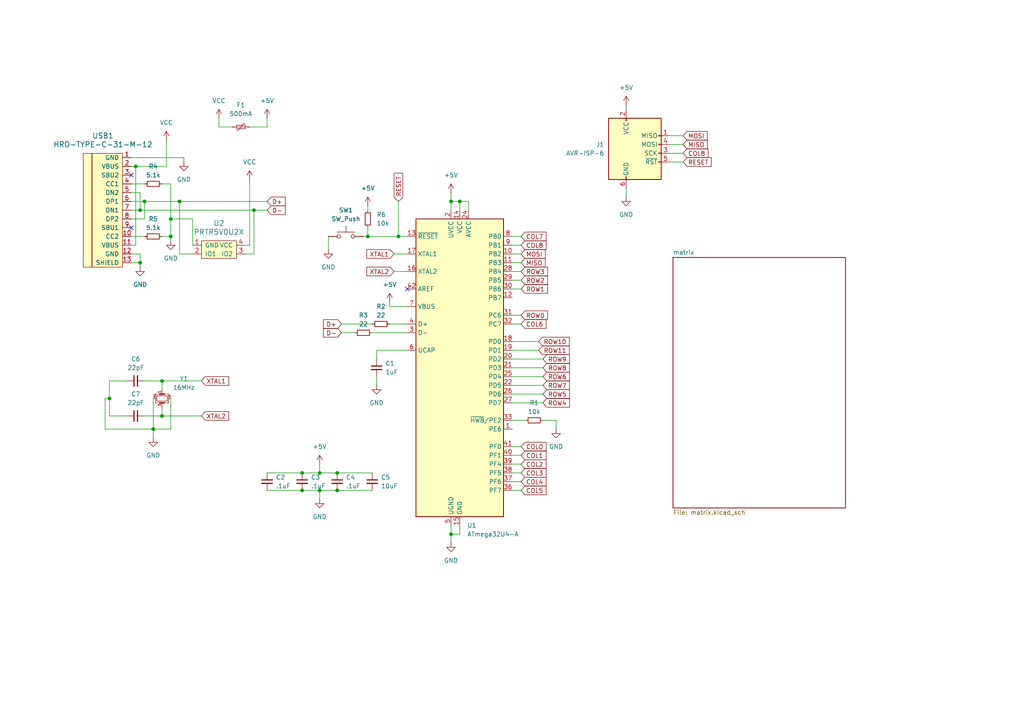
<source format=kicad_sch>
(kicad_sch
	(version 20250114)
	(generator "eeschema")
	(generator_version "9.0")
	(uuid "07181301-311f-4bac-a4b1-d59d07ef7f20")
	(paper "A4")
	(lib_symbols
		(symbol "Connector:AVR-ISP-6"
			(pin_names
				(offset 1.016)
			)
			(exclude_from_sim no)
			(in_bom yes)
			(on_board yes)
			(property "Reference" "J"
				(at -6.35 11.43 0)
				(effects
					(font
						(size 1.27 1.27)
					)
					(justify left)
				)
			)
			(property "Value" "AVR-ISP-6"
				(at 0 11.43 0)
				(effects
					(font
						(size 1.27 1.27)
					)
					(justify left)
				)
			)
			(property "Footprint" ""
				(at -6.35 1.27 90)
				(effects
					(font
						(size 1.27 1.27)
					)
					(hide yes)
				)
			)
			(property "Datasheet" "~"
				(at -32.385 -13.97 0)
				(effects
					(font
						(size 1.27 1.27)
					)
					(hide yes)
				)
			)
			(property "Description" "Atmel 6-pin ISP connector"
				(at 0 0 0)
				(effects
					(font
						(size 1.27 1.27)
					)
					(hide yes)
				)
			)
			(property "ki_keywords" "AVR ISP Connector"
				(at 0 0 0)
				(effects
					(font
						(size 1.27 1.27)
					)
					(hide yes)
				)
			)
			(property "ki_fp_filters" "IDC?Header*2x03* Pin?Header*2x03*"
				(at 0 0 0)
				(effects
					(font
						(size 1.27 1.27)
					)
					(hide yes)
				)
			)
			(symbol "AVR-ISP-6_0_1"
				(rectangle
					(start -2.667 10.16)
					(end -2.413 9.398)
					(stroke
						(width 0)
						(type default)
					)
					(fill
						(type none)
					)
				)
				(rectangle
					(start -2.667 -6.858)
					(end -2.413 -7.62)
					(stroke
						(width 0)
						(type default)
					)
					(fill
						(type none)
					)
				)
				(rectangle
					(start 7.62 10.16)
					(end -7.62 -7.62)
					(stroke
						(width 0.254)
						(type default)
					)
					(fill
						(type background)
					)
				)
				(rectangle
					(start 7.62 5.207)
					(end 6.858 4.953)
					(stroke
						(width 0)
						(type default)
					)
					(fill
						(type none)
					)
				)
				(rectangle
					(start 7.62 2.667)
					(end 6.858 2.413)
					(stroke
						(width 0)
						(type default)
					)
					(fill
						(type none)
					)
				)
				(rectangle
					(start 7.62 0.127)
					(end 6.858 -0.127)
					(stroke
						(width 0)
						(type default)
					)
					(fill
						(type none)
					)
				)
				(rectangle
					(start 7.62 -2.413)
					(end 6.858 -2.667)
					(stroke
						(width 0)
						(type default)
					)
					(fill
						(type none)
					)
				)
			)
			(symbol "AVR-ISP-6_1_1"
				(pin passive line
					(at -2.54 12.7 270)
					(length 2.54)
					(name "VCC"
						(effects
							(font
								(size 1.27 1.27)
							)
						)
					)
					(number "2"
						(effects
							(font
								(size 1.27 1.27)
							)
						)
					)
				)
				(pin passive line
					(at -2.54 -10.16 90)
					(length 2.54)
					(name "GND"
						(effects
							(font
								(size 1.27 1.27)
							)
						)
					)
					(number "6"
						(effects
							(font
								(size 1.27 1.27)
							)
						)
					)
				)
				(pin passive line
					(at 10.16 5.08 180)
					(length 2.54)
					(name "MISO"
						(effects
							(font
								(size 1.27 1.27)
							)
						)
					)
					(number "1"
						(effects
							(font
								(size 1.27 1.27)
							)
						)
					)
				)
				(pin passive line
					(at 10.16 2.54 180)
					(length 2.54)
					(name "MOSI"
						(effects
							(font
								(size 1.27 1.27)
							)
						)
					)
					(number "4"
						(effects
							(font
								(size 1.27 1.27)
							)
						)
					)
				)
				(pin passive line
					(at 10.16 0 180)
					(length 2.54)
					(name "SCK"
						(effects
							(font
								(size 1.27 1.27)
							)
						)
					)
					(number "3"
						(effects
							(font
								(size 1.27 1.27)
							)
						)
					)
				)
				(pin passive line
					(at 10.16 -2.54 180)
					(length 2.54)
					(name "~{RST}"
						(effects
							(font
								(size 1.27 1.27)
							)
						)
					)
					(number "5"
						(effects
							(font
								(size 1.27 1.27)
							)
						)
					)
				)
			)
			(embedded_fonts no)
		)
		(symbol "Device:C_Small"
			(pin_numbers
				(hide yes)
			)
			(pin_names
				(offset 0.254)
				(hide yes)
			)
			(exclude_from_sim no)
			(in_bom yes)
			(on_board yes)
			(property "Reference" "C"
				(at 0.254 1.778 0)
				(effects
					(font
						(size 1.27 1.27)
					)
					(justify left)
				)
			)
			(property "Value" "C_Small"
				(at 0.254 -2.032 0)
				(effects
					(font
						(size 1.27 1.27)
					)
					(justify left)
				)
			)
			(property "Footprint" ""
				(at 0 0 0)
				(effects
					(font
						(size 1.27 1.27)
					)
					(hide yes)
				)
			)
			(property "Datasheet" "~"
				(at 0 0 0)
				(effects
					(font
						(size 1.27 1.27)
					)
					(hide yes)
				)
			)
			(property "Description" "Unpolarized capacitor, small symbol"
				(at 0 0 0)
				(effects
					(font
						(size 1.27 1.27)
					)
					(hide yes)
				)
			)
			(property "ki_keywords" "capacitor cap"
				(at 0 0 0)
				(effects
					(font
						(size 1.27 1.27)
					)
					(hide yes)
				)
			)
			(property "ki_fp_filters" "C_*"
				(at 0 0 0)
				(effects
					(font
						(size 1.27 1.27)
					)
					(hide yes)
				)
			)
			(symbol "C_Small_0_1"
				(polyline
					(pts
						(xy -1.524 0.508) (xy 1.524 0.508)
					)
					(stroke
						(width 0.3048)
						(type default)
					)
					(fill
						(type none)
					)
				)
				(polyline
					(pts
						(xy -1.524 -0.508) (xy 1.524 -0.508)
					)
					(stroke
						(width 0.3302)
						(type default)
					)
					(fill
						(type none)
					)
				)
			)
			(symbol "C_Small_1_1"
				(pin passive line
					(at 0 2.54 270)
					(length 2.032)
					(name "~"
						(effects
							(font
								(size 1.27 1.27)
							)
						)
					)
					(number "1"
						(effects
							(font
								(size 1.27 1.27)
							)
						)
					)
				)
				(pin passive line
					(at 0 -2.54 90)
					(length 2.032)
					(name "~"
						(effects
							(font
								(size 1.27 1.27)
							)
						)
					)
					(number "2"
						(effects
							(font
								(size 1.27 1.27)
							)
						)
					)
				)
			)
			(embedded_fonts no)
		)
		(symbol "Device:Crystal_GND24_Small"
			(pin_names
				(offset 1.016)
				(hide yes)
			)
			(exclude_from_sim no)
			(in_bom yes)
			(on_board yes)
			(property "Reference" "Y"
				(at 1.27 4.445 0)
				(effects
					(font
						(size 1.27 1.27)
					)
					(justify left)
				)
			)
			(property "Value" "Crystal_GND24_Small"
				(at 1.27 2.54 0)
				(effects
					(font
						(size 1.27 1.27)
					)
					(justify left)
				)
			)
			(property "Footprint" ""
				(at 0 0 0)
				(effects
					(font
						(size 1.27 1.27)
					)
					(hide yes)
				)
			)
			(property "Datasheet" "~"
				(at 0 0 0)
				(effects
					(font
						(size 1.27 1.27)
					)
					(hide yes)
				)
			)
			(property "Description" "Four pin crystal, GND on pins 2 and 4, small symbol"
				(at 0 0 0)
				(effects
					(font
						(size 1.27 1.27)
					)
					(hide yes)
				)
			)
			(property "ki_keywords" "quartz ceramic resonator oscillator"
				(at 0 0 0)
				(effects
					(font
						(size 1.27 1.27)
					)
					(hide yes)
				)
			)
			(property "ki_fp_filters" "Crystal*"
				(at 0 0 0)
				(effects
					(font
						(size 1.27 1.27)
					)
					(hide yes)
				)
			)
			(symbol "Crystal_GND24_Small_0_1"
				(polyline
					(pts
						(xy -1.27 1.27) (xy -1.27 1.905) (xy 1.27 1.905) (xy 1.27 1.27)
					)
					(stroke
						(width 0)
						(type default)
					)
					(fill
						(type none)
					)
				)
				(polyline
					(pts
						(xy -1.27 -0.762) (xy -1.27 0.762)
					)
					(stroke
						(width 0.381)
						(type default)
					)
					(fill
						(type none)
					)
				)
				(polyline
					(pts
						(xy -1.27 -1.27) (xy -1.27 -1.905) (xy 1.27 -1.905) (xy 1.27 -1.27)
					)
					(stroke
						(width 0)
						(type default)
					)
					(fill
						(type none)
					)
				)
				(rectangle
					(start -0.762 -1.524)
					(end 0.762 1.524)
					(stroke
						(width 0)
						(type default)
					)
					(fill
						(type none)
					)
				)
				(polyline
					(pts
						(xy 1.27 -0.762) (xy 1.27 0.762)
					)
					(stroke
						(width 0.381)
						(type default)
					)
					(fill
						(type none)
					)
				)
			)
			(symbol "Crystal_GND24_Small_1_1"
				(pin passive line
					(at -2.54 0 0)
					(length 1.27)
					(name "1"
						(effects
							(font
								(size 1.27 1.27)
							)
						)
					)
					(number "1"
						(effects
							(font
								(size 0.762 0.762)
							)
						)
					)
				)
				(pin passive line
					(at 0 2.54 270)
					(length 0.635)
					(name "4"
						(effects
							(font
								(size 1.27 1.27)
							)
						)
					)
					(number "4"
						(effects
							(font
								(size 0.762 0.762)
							)
						)
					)
				)
				(pin passive line
					(at 0 -2.54 90)
					(length 0.635)
					(name "2"
						(effects
							(font
								(size 1.27 1.27)
							)
						)
					)
					(number "2"
						(effects
							(font
								(size 0.762 0.762)
							)
						)
					)
				)
				(pin passive line
					(at 2.54 0 180)
					(length 1.27)
					(name "3"
						(effects
							(font
								(size 1.27 1.27)
							)
						)
					)
					(number "3"
						(effects
							(font
								(size 0.762 0.762)
							)
						)
					)
				)
			)
			(embedded_fonts no)
		)
		(symbol "Device:Polyfuse_Small"
			(pin_numbers
				(hide yes)
			)
			(pin_names
				(offset 0)
			)
			(exclude_from_sim no)
			(in_bom yes)
			(on_board yes)
			(property "Reference" "F"
				(at -1.905 0 90)
				(effects
					(font
						(size 1.27 1.27)
					)
				)
			)
			(property "Value" "Polyfuse_Small"
				(at 1.905 0 90)
				(effects
					(font
						(size 1.27 1.27)
					)
				)
			)
			(property "Footprint" ""
				(at 1.27 -5.08 0)
				(effects
					(font
						(size 1.27 1.27)
					)
					(justify left)
					(hide yes)
				)
			)
			(property "Datasheet" "~"
				(at 0 0 0)
				(effects
					(font
						(size 1.27 1.27)
					)
					(hide yes)
				)
			)
			(property "Description" "Resettable fuse, polymeric positive temperature coefficient, small symbol"
				(at 0 0 0)
				(effects
					(font
						(size 1.27 1.27)
					)
					(hide yes)
				)
			)
			(property "ki_keywords" "resettable fuse PTC PPTC polyfuse polyswitch"
				(at 0 0 0)
				(effects
					(font
						(size 1.27 1.27)
					)
					(hide yes)
				)
			)
			(property "ki_fp_filters" "*polyfuse* *PTC*"
				(at 0 0 0)
				(effects
					(font
						(size 1.27 1.27)
					)
					(hide yes)
				)
			)
			(symbol "Polyfuse_Small_0_1"
				(polyline
					(pts
						(xy -1.016 1.27) (xy -1.016 0.762) (xy 1.016 -0.762) (xy 1.016 -1.27)
					)
					(stroke
						(width 0)
						(type default)
					)
					(fill
						(type none)
					)
				)
				(rectangle
					(start -0.508 1.27)
					(end 0.508 -1.27)
					(stroke
						(width 0)
						(type default)
					)
					(fill
						(type none)
					)
				)
				(polyline
					(pts
						(xy 0 2.54) (xy 0 -2.54)
					)
					(stroke
						(width 0)
						(type default)
					)
					(fill
						(type none)
					)
				)
			)
			(symbol "Polyfuse_Small_1_1"
				(pin passive line
					(at 0 2.54 270)
					(length 0.635)
					(name "~"
						(effects
							(font
								(size 1.27 1.27)
							)
						)
					)
					(number "1"
						(effects
							(font
								(size 1.27 1.27)
							)
						)
					)
				)
				(pin passive line
					(at 0 -2.54 90)
					(length 0.635)
					(name "~"
						(effects
							(font
								(size 1.27 1.27)
							)
						)
					)
					(number "2"
						(effects
							(font
								(size 1.27 1.27)
							)
						)
					)
				)
			)
			(embedded_fonts no)
		)
		(symbol "Device:R_Small"
			(pin_numbers
				(hide yes)
			)
			(pin_names
				(offset 0.254)
				(hide yes)
			)
			(exclude_from_sim no)
			(in_bom yes)
			(on_board yes)
			(property "Reference" "R"
				(at 0.762 0.508 0)
				(effects
					(font
						(size 1.27 1.27)
					)
					(justify left)
				)
			)
			(property "Value" "R_Small"
				(at 0.762 -1.016 0)
				(effects
					(font
						(size 1.27 1.27)
					)
					(justify left)
				)
			)
			(property "Footprint" ""
				(at 0 0 0)
				(effects
					(font
						(size 1.27 1.27)
					)
					(hide yes)
				)
			)
			(property "Datasheet" "~"
				(at 0 0 0)
				(effects
					(font
						(size 1.27 1.27)
					)
					(hide yes)
				)
			)
			(property "Description" "Resistor, small symbol"
				(at 0 0 0)
				(effects
					(font
						(size 1.27 1.27)
					)
					(hide yes)
				)
			)
			(property "ki_keywords" "R resistor"
				(at 0 0 0)
				(effects
					(font
						(size 1.27 1.27)
					)
					(hide yes)
				)
			)
			(property "ki_fp_filters" "R_*"
				(at 0 0 0)
				(effects
					(font
						(size 1.27 1.27)
					)
					(hide yes)
				)
			)
			(symbol "R_Small_0_1"
				(rectangle
					(start -0.762 1.778)
					(end 0.762 -1.778)
					(stroke
						(width 0.2032)
						(type default)
					)
					(fill
						(type none)
					)
				)
			)
			(symbol "R_Small_1_1"
				(pin passive line
					(at 0 2.54 270)
					(length 0.762)
					(name "~"
						(effects
							(font
								(size 1.27 1.27)
							)
						)
					)
					(number "1"
						(effects
							(font
								(size 1.27 1.27)
							)
						)
					)
				)
				(pin passive line
					(at 0 -2.54 90)
					(length 0.762)
					(name "~"
						(effects
							(font
								(size 1.27 1.27)
							)
						)
					)
					(number "2"
						(effects
							(font
								(size 1.27 1.27)
							)
						)
					)
				)
			)
			(embedded_fonts no)
		)
		(symbol "MCU_Microchip_ATmega:ATmega32U4-A"
			(exclude_from_sim no)
			(in_bom yes)
			(on_board yes)
			(property "Reference" "U"
				(at -12.7 44.45 0)
				(effects
					(font
						(size 1.27 1.27)
					)
					(justify left bottom)
				)
			)
			(property "Value" "ATmega32U4-A"
				(at 2.54 -44.45 0)
				(effects
					(font
						(size 1.27 1.27)
					)
					(justify left top)
				)
			)
			(property "Footprint" "Package_QFP:TQFP-44_10x10mm_P0.8mm"
				(at 0 0 0)
				(effects
					(font
						(size 1.27 1.27)
						(italic yes)
					)
					(hide yes)
				)
			)
			(property "Datasheet" "http://ww1.microchip.com/downloads/en/DeviceDoc/Atmel-7766-8-bit-AVR-ATmega16U4-32U4_Datasheet.pdf"
				(at 0 0 0)
				(effects
					(font
						(size 1.27 1.27)
					)
					(hide yes)
				)
			)
			(property "Description" "16MHz, 32kB Flash, 2.5kB SRAM, 1kB EEPROM, USB 2.0, TQFP-44"
				(at 0 0 0)
				(effects
					(font
						(size 1.27 1.27)
					)
					(hide yes)
				)
			)
			(property "ki_keywords" "AVR 8bit Microcontroller MegaAVR USB"
				(at 0 0 0)
				(effects
					(font
						(size 1.27 1.27)
					)
					(hide yes)
				)
			)
			(property "ki_fp_filters" "TQFP*10x10mm*P0.8mm*"
				(at 0 0 0)
				(effects
					(font
						(size 1.27 1.27)
					)
					(hide yes)
				)
			)
			(symbol "ATmega32U4-A_0_1"
				(rectangle
					(start -12.7 -43.18)
					(end 12.7 43.18)
					(stroke
						(width 0.254)
						(type default)
					)
					(fill
						(type background)
					)
				)
			)
			(symbol "ATmega32U4-A_1_1"
				(pin input line
					(at -15.24 38.1 0)
					(length 2.54)
					(name "~{RESET}"
						(effects
							(font
								(size 1.27 1.27)
							)
						)
					)
					(number "13"
						(effects
							(font
								(size 1.27 1.27)
							)
						)
					)
				)
				(pin input line
					(at -15.24 33.02 0)
					(length 2.54)
					(name "XTAL1"
						(effects
							(font
								(size 1.27 1.27)
							)
						)
					)
					(number "17"
						(effects
							(font
								(size 1.27 1.27)
							)
						)
					)
				)
				(pin output line
					(at -15.24 27.94 0)
					(length 2.54)
					(name "XTAL2"
						(effects
							(font
								(size 1.27 1.27)
							)
						)
					)
					(number "16"
						(effects
							(font
								(size 1.27 1.27)
							)
						)
					)
				)
				(pin passive line
					(at -15.24 22.86 0)
					(length 2.54)
					(name "AREF"
						(effects
							(font
								(size 1.27 1.27)
							)
						)
					)
					(number "42"
						(effects
							(font
								(size 1.27 1.27)
							)
						)
					)
				)
				(pin input line
					(at -15.24 17.78 0)
					(length 2.54)
					(name "VBUS"
						(effects
							(font
								(size 1.27 1.27)
							)
						)
					)
					(number "7"
						(effects
							(font
								(size 1.27 1.27)
							)
						)
					)
				)
				(pin bidirectional line
					(at -15.24 12.7 0)
					(length 2.54)
					(name "D+"
						(effects
							(font
								(size 1.27 1.27)
							)
						)
					)
					(number "4"
						(effects
							(font
								(size 1.27 1.27)
							)
						)
					)
				)
				(pin bidirectional line
					(at -15.24 10.16 0)
					(length 2.54)
					(name "D-"
						(effects
							(font
								(size 1.27 1.27)
							)
						)
					)
					(number "3"
						(effects
							(font
								(size 1.27 1.27)
							)
						)
					)
				)
				(pin passive line
					(at -15.24 5.08 0)
					(length 2.54)
					(name "UCAP"
						(effects
							(font
								(size 1.27 1.27)
							)
						)
					)
					(number "6"
						(effects
							(font
								(size 1.27 1.27)
							)
						)
					)
				)
				(pin power_in line
					(at -2.54 45.72 270)
					(length 2.54)
					(name "UVCC"
						(effects
							(font
								(size 1.27 1.27)
							)
						)
					)
					(number "2"
						(effects
							(font
								(size 1.27 1.27)
							)
						)
					)
				)
				(pin passive line
					(at -2.54 -45.72 90)
					(length 2.54)
					(name "UGND"
						(effects
							(font
								(size 1.27 1.27)
							)
						)
					)
					(number "5"
						(effects
							(font
								(size 1.27 1.27)
							)
						)
					)
				)
				(pin power_in line
					(at 0 45.72 270)
					(length 2.54)
					(name "VCC"
						(effects
							(font
								(size 1.27 1.27)
							)
						)
					)
					(number "14"
						(effects
							(font
								(size 1.27 1.27)
							)
						)
					)
				)
				(pin passive line
					(at 0 45.72 270)
					(length 2.54)
					(hide yes)
					(name "VCC"
						(effects
							(font
								(size 1.27 1.27)
							)
						)
					)
					(number "34"
						(effects
							(font
								(size 1.27 1.27)
							)
						)
					)
				)
				(pin power_in line
					(at 0 -45.72 90)
					(length 2.54)
					(name "GND"
						(effects
							(font
								(size 1.27 1.27)
							)
						)
					)
					(number "15"
						(effects
							(font
								(size 1.27 1.27)
							)
						)
					)
				)
				(pin passive line
					(at 0 -45.72 90)
					(length 2.54)
					(hide yes)
					(name "GND"
						(effects
							(font
								(size 1.27 1.27)
							)
						)
					)
					(number "23"
						(effects
							(font
								(size 1.27 1.27)
							)
						)
					)
				)
				(pin passive line
					(at 0 -45.72 90)
					(length 2.54)
					(hide yes)
					(name "GND"
						(effects
							(font
								(size 1.27 1.27)
							)
						)
					)
					(number "35"
						(effects
							(font
								(size 1.27 1.27)
							)
						)
					)
				)
				(pin passive line
					(at 0 -45.72 90)
					(length 2.54)
					(hide yes)
					(name "GND"
						(effects
							(font
								(size 1.27 1.27)
							)
						)
					)
					(number "43"
						(effects
							(font
								(size 1.27 1.27)
							)
						)
					)
				)
				(pin power_in line
					(at 2.54 45.72 270)
					(length 2.54)
					(name "AVCC"
						(effects
							(font
								(size 1.27 1.27)
							)
						)
					)
					(number "24"
						(effects
							(font
								(size 1.27 1.27)
							)
						)
					)
				)
				(pin passive line
					(at 2.54 45.72 270)
					(length 2.54)
					(hide yes)
					(name "AVCC"
						(effects
							(font
								(size 1.27 1.27)
							)
						)
					)
					(number "44"
						(effects
							(font
								(size 1.27 1.27)
							)
						)
					)
				)
				(pin bidirectional line
					(at 15.24 38.1 180)
					(length 2.54)
					(name "PB0"
						(effects
							(font
								(size 1.27 1.27)
							)
						)
					)
					(number "8"
						(effects
							(font
								(size 1.27 1.27)
							)
						)
					)
				)
				(pin bidirectional line
					(at 15.24 35.56 180)
					(length 2.54)
					(name "PB1"
						(effects
							(font
								(size 1.27 1.27)
							)
						)
					)
					(number "9"
						(effects
							(font
								(size 1.27 1.27)
							)
						)
					)
				)
				(pin bidirectional line
					(at 15.24 33.02 180)
					(length 2.54)
					(name "PB2"
						(effects
							(font
								(size 1.27 1.27)
							)
						)
					)
					(number "10"
						(effects
							(font
								(size 1.27 1.27)
							)
						)
					)
				)
				(pin bidirectional line
					(at 15.24 30.48 180)
					(length 2.54)
					(name "PB3"
						(effects
							(font
								(size 1.27 1.27)
							)
						)
					)
					(number "11"
						(effects
							(font
								(size 1.27 1.27)
							)
						)
					)
				)
				(pin bidirectional line
					(at 15.24 27.94 180)
					(length 2.54)
					(name "PB4"
						(effects
							(font
								(size 1.27 1.27)
							)
						)
					)
					(number "28"
						(effects
							(font
								(size 1.27 1.27)
							)
						)
					)
				)
				(pin bidirectional line
					(at 15.24 25.4 180)
					(length 2.54)
					(name "PB5"
						(effects
							(font
								(size 1.27 1.27)
							)
						)
					)
					(number "29"
						(effects
							(font
								(size 1.27 1.27)
							)
						)
					)
				)
				(pin bidirectional line
					(at 15.24 22.86 180)
					(length 2.54)
					(name "PB6"
						(effects
							(font
								(size 1.27 1.27)
							)
						)
					)
					(number "30"
						(effects
							(font
								(size 1.27 1.27)
							)
						)
					)
				)
				(pin bidirectional line
					(at 15.24 20.32 180)
					(length 2.54)
					(name "PB7"
						(effects
							(font
								(size 1.27 1.27)
							)
						)
					)
					(number "12"
						(effects
							(font
								(size 1.27 1.27)
							)
						)
					)
				)
				(pin bidirectional line
					(at 15.24 15.24 180)
					(length 2.54)
					(name "PC6"
						(effects
							(font
								(size 1.27 1.27)
							)
						)
					)
					(number "31"
						(effects
							(font
								(size 1.27 1.27)
							)
						)
					)
				)
				(pin bidirectional line
					(at 15.24 12.7 180)
					(length 2.54)
					(name "PC7"
						(effects
							(font
								(size 1.27 1.27)
							)
						)
					)
					(number "32"
						(effects
							(font
								(size 1.27 1.27)
							)
						)
					)
				)
				(pin bidirectional line
					(at 15.24 7.62 180)
					(length 2.54)
					(name "PD0"
						(effects
							(font
								(size 1.27 1.27)
							)
						)
					)
					(number "18"
						(effects
							(font
								(size 1.27 1.27)
							)
						)
					)
				)
				(pin bidirectional line
					(at 15.24 5.08 180)
					(length 2.54)
					(name "PD1"
						(effects
							(font
								(size 1.27 1.27)
							)
						)
					)
					(number "19"
						(effects
							(font
								(size 1.27 1.27)
							)
						)
					)
				)
				(pin bidirectional line
					(at 15.24 2.54 180)
					(length 2.54)
					(name "PD2"
						(effects
							(font
								(size 1.27 1.27)
							)
						)
					)
					(number "20"
						(effects
							(font
								(size 1.27 1.27)
							)
						)
					)
				)
				(pin bidirectional line
					(at 15.24 0 180)
					(length 2.54)
					(name "PD3"
						(effects
							(font
								(size 1.27 1.27)
							)
						)
					)
					(number "21"
						(effects
							(font
								(size 1.27 1.27)
							)
						)
					)
				)
				(pin bidirectional line
					(at 15.24 -2.54 180)
					(length 2.54)
					(name "PD4"
						(effects
							(font
								(size 1.27 1.27)
							)
						)
					)
					(number "25"
						(effects
							(font
								(size 1.27 1.27)
							)
						)
					)
				)
				(pin bidirectional line
					(at 15.24 -5.08 180)
					(length 2.54)
					(name "PD5"
						(effects
							(font
								(size 1.27 1.27)
							)
						)
					)
					(number "22"
						(effects
							(font
								(size 1.27 1.27)
							)
						)
					)
				)
				(pin bidirectional line
					(at 15.24 -7.62 180)
					(length 2.54)
					(name "PD6"
						(effects
							(font
								(size 1.27 1.27)
							)
						)
					)
					(number "26"
						(effects
							(font
								(size 1.27 1.27)
							)
						)
					)
				)
				(pin bidirectional line
					(at 15.24 -10.16 180)
					(length 2.54)
					(name "PD7"
						(effects
							(font
								(size 1.27 1.27)
							)
						)
					)
					(number "27"
						(effects
							(font
								(size 1.27 1.27)
							)
						)
					)
				)
				(pin bidirectional line
					(at 15.24 -15.24 180)
					(length 2.54)
					(name "~{HWB}/PE2"
						(effects
							(font
								(size 1.27 1.27)
							)
						)
					)
					(number "33"
						(effects
							(font
								(size 1.27 1.27)
							)
						)
					)
				)
				(pin bidirectional line
					(at 15.24 -17.78 180)
					(length 2.54)
					(name "PE6"
						(effects
							(font
								(size 1.27 1.27)
							)
						)
					)
					(number "1"
						(effects
							(font
								(size 1.27 1.27)
							)
						)
					)
				)
				(pin bidirectional line
					(at 15.24 -22.86 180)
					(length 2.54)
					(name "PF0"
						(effects
							(font
								(size 1.27 1.27)
							)
						)
					)
					(number "41"
						(effects
							(font
								(size 1.27 1.27)
							)
						)
					)
				)
				(pin bidirectional line
					(at 15.24 -25.4 180)
					(length 2.54)
					(name "PF1"
						(effects
							(font
								(size 1.27 1.27)
							)
						)
					)
					(number "40"
						(effects
							(font
								(size 1.27 1.27)
							)
						)
					)
				)
				(pin bidirectional line
					(at 15.24 -27.94 180)
					(length 2.54)
					(name "PF4"
						(effects
							(font
								(size 1.27 1.27)
							)
						)
					)
					(number "39"
						(effects
							(font
								(size 1.27 1.27)
							)
						)
					)
				)
				(pin bidirectional line
					(at 15.24 -30.48 180)
					(length 2.54)
					(name "PF5"
						(effects
							(font
								(size 1.27 1.27)
							)
						)
					)
					(number "38"
						(effects
							(font
								(size 1.27 1.27)
							)
						)
					)
				)
				(pin bidirectional line
					(at 15.24 -33.02 180)
					(length 2.54)
					(name "PF6"
						(effects
							(font
								(size 1.27 1.27)
							)
						)
					)
					(number "37"
						(effects
							(font
								(size 1.27 1.27)
							)
						)
					)
				)
				(pin bidirectional line
					(at 15.24 -35.56 180)
					(length 2.54)
					(name "PF7"
						(effects
							(font
								(size 1.27 1.27)
							)
						)
					)
					(number "36"
						(effects
							(font
								(size 1.27 1.27)
							)
						)
					)
				)
			)
			(embedded_fonts no)
		)
		(symbol "Switch:SW_Push"
			(pin_numbers
				(hide yes)
			)
			(pin_names
				(offset 1.016)
				(hide yes)
			)
			(exclude_from_sim no)
			(in_bom yes)
			(on_board yes)
			(property "Reference" "SW"
				(at 1.27 2.54 0)
				(effects
					(font
						(size 1.27 1.27)
					)
					(justify left)
				)
			)
			(property "Value" "SW_Push"
				(at 0 -1.524 0)
				(effects
					(font
						(size 1.27 1.27)
					)
				)
			)
			(property "Footprint" ""
				(at 0 5.08 0)
				(effects
					(font
						(size 1.27 1.27)
					)
					(hide yes)
				)
			)
			(property "Datasheet" "~"
				(at 0 5.08 0)
				(effects
					(font
						(size 1.27 1.27)
					)
					(hide yes)
				)
			)
			(property "Description" "Push button switch, generic, two pins"
				(at 0 0 0)
				(effects
					(font
						(size 1.27 1.27)
					)
					(hide yes)
				)
			)
			(property "ki_keywords" "switch normally-open pushbutton push-button"
				(at 0 0 0)
				(effects
					(font
						(size 1.27 1.27)
					)
					(hide yes)
				)
			)
			(symbol "SW_Push_0_1"
				(circle
					(center -2.032 0)
					(radius 0.508)
					(stroke
						(width 0)
						(type default)
					)
					(fill
						(type none)
					)
				)
				(polyline
					(pts
						(xy 0 1.27) (xy 0 3.048)
					)
					(stroke
						(width 0)
						(type default)
					)
					(fill
						(type none)
					)
				)
				(circle
					(center 2.032 0)
					(radius 0.508)
					(stroke
						(width 0)
						(type default)
					)
					(fill
						(type none)
					)
				)
				(polyline
					(pts
						(xy 2.54 1.27) (xy -2.54 1.27)
					)
					(stroke
						(width 0)
						(type default)
					)
					(fill
						(type none)
					)
				)
				(pin passive line
					(at -5.08 0 0)
					(length 2.54)
					(name "1"
						(effects
							(font
								(size 1.27 1.27)
							)
						)
					)
					(number "1"
						(effects
							(font
								(size 1.27 1.27)
							)
						)
					)
				)
				(pin passive line
					(at 5.08 0 180)
					(length 2.54)
					(name "2"
						(effects
							(font
								(size 1.27 1.27)
							)
						)
					)
					(number "2"
						(effects
							(font
								(size 1.27 1.27)
							)
						)
					)
				)
			)
			(embedded_fonts no)
		)
		(symbol "Type-C:HRO-TYPE-C-31-M-12"
			(pin_names
				(offset 1.016)
			)
			(exclude_from_sim no)
			(in_bom yes)
			(on_board yes)
			(property "Reference" "USB"
				(at -5.08 16.51 0)
				(effects
					(font
						(size 1.524 1.524)
					)
				)
			)
			(property "Value" "HRO-TYPE-C-31-M-12"
				(at -10.16 -1.27 90)
				(effects
					(font
						(size 1.524 1.524)
					)
				)
			)
			(property "Footprint" ""
				(at 0 0 0)
				(effects
					(font
						(size 1.524 1.524)
					)
					(hide yes)
				)
			)
			(property "Datasheet" ""
				(at 0 0 0)
				(effects
					(font
						(size 1.524 1.524)
					)
					(hide yes)
				)
			)
			(property "Description" ""
				(at 0 0 0)
				(effects
					(font
						(size 1.27 1.27)
					)
					(hide yes)
				)
			)
			(symbol "HRO-TYPE-C-31-M-12_0_1"
				(rectangle
					(start -11.43 15.24)
					(end -8.89 -17.78)
					(stroke
						(width 0)
						(type solid)
					)
					(fill
						(type background)
					)
				)
				(rectangle
					(start 0 -17.78)
					(end -8.89 15.24)
					(stroke
						(width 0)
						(type solid)
					)
					(fill
						(type background)
					)
				)
			)
			(symbol "HRO-TYPE-C-31-M-12_1_1"
				(pin input line
					(at 2.54 13.97 180)
					(length 2.54)
					(name "GND"
						(effects
							(font
								(size 1.27 1.27)
							)
						)
					)
					(number "1"
						(effects
							(font
								(size 1.27 1.27)
							)
						)
					)
				)
				(pin input line
					(at 2.54 11.43 180)
					(length 2.54)
					(name "VBUS"
						(effects
							(font
								(size 1.27 1.27)
							)
						)
					)
					(number "2"
						(effects
							(font
								(size 1.27 1.27)
							)
						)
					)
				)
				(pin input line
					(at 2.54 8.89 180)
					(length 2.54)
					(name "SBU2"
						(effects
							(font
								(size 1.27 1.27)
							)
						)
					)
					(number "3"
						(effects
							(font
								(size 1.27 1.27)
							)
						)
					)
				)
				(pin input line
					(at 2.54 6.35 180)
					(length 2.54)
					(name "CC1"
						(effects
							(font
								(size 1.27 1.27)
							)
						)
					)
					(number "4"
						(effects
							(font
								(size 1.27 1.27)
							)
						)
					)
				)
				(pin input line
					(at 2.54 3.81 180)
					(length 2.54)
					(name "DN2"
						(effects
							(font
								(size 1.27 1.27)
							)
						)
					)
					(number "5"
						(effects
							(font
								(size 1.27 1.27)
							)
						)
					)
				)
				(pin input line
					(at 2.54 1.27 180)
					(length 2.54)
					(name "DP1"
						(effects
							(font
								(size 1.27 1.27)
							)
						)
					)
					(number "6"
						(effects
							(font
								(size 1.27 1.27)
							)
						)
					)
				)
				(pin input line
					(at 2.54 -1.27 180)
					(length 2.54)
					(name "DN1"
						(effects
							(font
								(size 1.27 1.27)
							)
						)
					)
					(number "7"
						(effects
							(font
								(size 1.27 1.27)
							)
						)
					)
				)
				(pin input line
					(at 2.54 -3.81 180)
					(length 2.54)
					(name "DP2"
						(effects
							(font
								(size 1.27 1.27)
							)
						)
					)
					(number "8"
						(effects
							(font
								(size 1.27 1.27)
							)
						)
					)
				)
				(pin input line
					(at 2.54 -6.35 180)
					(length 2.54)
					(name "SBU1"
						(effects
							(font
								(size 1.27 1.27)
							)
						)
					)
					(number "9"
						(effects
							(font
								(size 1.27 1.27)
							)
						)
					)
				)
				(pin input line
					(at 2.54 -8.89 180)
					(length 2.54)
					(name "CC2"
						(effects
							(font
								(size 1.27 1.27)
							)
						)
					)
					(number "10"
						(effects
							(font
								(size 1.27 1.27)
							)
						)
					)
				)
				(pin input line
					(at 2.54 -11.43 180)
					(length 2.54)
					(name "VBUS"
						(effects
							(font
								(size 1.27 1.27)
							)
						)
					)
					(number "11"
						(effects
							(font
								(size 1.27 1.27)
							)
						)
					)
				)
				(pin input line
					(at 2.54 -13.97 180)
					(length 2.54)
					(name "GND"
						(effects
							(font
								(size 1.27 1.27)
							)
						)
					)
					(number "12"
						(effects
							(font
								(size 1.27 1.27)
							)
						)
					)
				)
				(pin input line
					(at 2.54 -16.51 180)
					(length 2.54)
					(name "SHIELD"
						(effects
							(font
								(size 1.27 1.27)
							)
						)
					)
					(number "13"
						(effects
							(font
								(size 1.27 1.27)
							)
						)
					)
				)
			)
			(embedded_fonts no)
		)
		(symbol "power:+5V"
			(power)
			(pin_numbers
				(hide yes)
			)
			(pin_names
				(offset 0)
				(hide yes)
			)
			(exclude_from_sim no)
			(in_bom yes)
			(on_board yes)
			(property "Reference" "#PWR"
				(at 0 -3.81 0)
				(effects
					(font
						(size 1.27 1.27)
					)
					(hide yes)
				)
			)
			(property "Value" "+5V"
				(at 0 3.556 0)
				(effects
					(font
						(size 1.27 1.27)
					)
				)
			)
			(property "Footprint" ""
				(at 0 0 0)
				(effects
					(font
						(size 1.27 1.27)
					)
					(hide yes)
				)
			)
			(property "Datasheet" ""
				(at 0 0 0)
				(effects
					(font
						(size 1.27 1.27)
					)
					(hide yes)
				)
			)
			(property "Description" "Power symbol creates a global label with name \"+5V\""
				(at 0 0 0)
				(effects
					(font
						(size 1.27 1.27)
					)
					(hide yes)
				)
			)
			(property "ki_keywords" "global power"
				(at 0 0 0)
				(effects
					(font
						(size 1.27 1.27)
					)
					(hide yes)
				)
			)
			(symbol "+5V_0_1"
				(polyline
					(pts
						(xy -0.762 1.27) (xy 0 2.54)
					)
					(stroke
						(width 0)
						(type default)
					)
					(fill
						(type none)
					)
				)
				(polyline
					(pts
						(xy 0 2.54) (xy 0.762 1.27)
					)
					(stroke
						(width 0)
						(type default)
					)
					(fill
						(type none)
					)
				)
				(polyline
					(pts
						(xy 0 0) (xy 0 2.54)
					)
					(stroke
						(width 0)
						(type default)
					)
					(fill
						(type none)
					)
				)
			)
			(symbol "+5V_1_1"
				(pin power_in line
					(at 0 0 90)
					(length 0)
					(name "~"
						(effects
							(font
								(size 1.27 1.27)
							)
						)
					)
					(number "1"
						(effects
							(font
								(size 1.27 1.27)
							)
						)
					)
				)
			)
			(embedded_fonts no)
		)
		(symbol "power:GND"
			(power)
			(pin_numbers
				(hide yes)
			)
			(pin_names
				(offset 0)
				(hide yes)
			)
			(exclude_from_sim no)
			(in_bom yes)
			(on_board yes)
			(property "Reference" "#PWR"
				(at 0 -6.35 0)
				(effects
					(font
						(size 1.27 1.27)
					)
					(hide yes)
				)
			)
			(property "Value" "GND"
				(at 0 -3.81 0)
				(effects
					(font
						(size 1.27 1.27)
					)
				)
			)
			(property "Footprint" ""
				(at 0 0 0)
				(effects
					(font
						(size 1.27 1.27)
					)
					(hide yes)
				)
			)
			(property "Datasheet" ""
				(at 0 0 0)
				(effects
					(font
						(size 1.27 1.27)
					)
					(hide yes)
				)
			)
			(property "Description" "Power symbol creates a global label with name \"GND\" , ground"
				(at 0 0 0)
				(effects
					(font
						(size 1.27 1.27)
					)
					(hide yes)
				)
			)
			(property "ki_keywords" "global power"
				(at 0 0 0)
				(effects
					(font
						(size 1.27 1.27)
					)
					(hide yes)
				)
			)
			(symbol "GND_0_1"
				(polyline
					(pts
						(xy 0 0) (xy 0 -1.27) (xy 1.27 -1.27) (xy 0 -2.54) (xy -1.27 -1.27) (xy 0 -1.27)
					)
					(stroke
						(width 0)
						(type default)
					)
					(fill
						(type none)
					)
				)
			)
			(symbol "GND_1_1"
				(pin power_in line
					(at 0 0 270)
					(length 0)
					(name "~"
						(effects
							(font
								(size 1.27 1.27)
							)
						)
					)
					(number "1"
						(effects
							(font
								(size 1.27 1.27)
							)
						)
					)
				)
			)
			(embedded_fonts no)
		)
		(symbol "power:VCC"
			(power)
			(pin_numbers
				(hide yes)
			)
			(pin_names
				(offset 0)
				(hide yes)
			)
			(exclude_from_sim no)
			(in_bom yes)
			(on_board yes)
			(property "Reference" "#PWR"
				(at 0 -3.81 0)
				(effects
					(font
						(size 1.27 1.27)
					)
					(hide yes)
				)
			)
			(property "Value" "VCC"
				(at 0 3.556 0)
				(effects
					(font
						(size 1.27 1.27)
					)
				)
			)
			(property "Footprint" ""
				(at 0 0 0)
				(effects
					(font
						(size 1.27 1.27)
					)
					(hide yes)
				)
			)
			(property "Datasheet" ""
				(at 0 0 0)
				(effects
					(font
						(size 1.27 1.27)
					)
					(hide yes)
				)
			)
			(property "Description" "Power symbol creates a global label with name \"VCC\""
				(at 0 0 0)
				(effects
					(font
						(size 1.27 1.27)
					)
					(hide yes)
				)
			)
			(property "ki_keywords" "global power"
				(at 0 0 0)
				(effects
					(font
						(size 1.27 1.27)
					)
					(hide yes)
				)
			)
			(symbol "VCC_0_1"
				(polyline
					(pts
						(xy -0.762 1.27) (xy 0 2.54)
					)
					(stroke
						(width 0)
						(type default)
					)
					(fill
						(type none)
					)
				)
				(polyline
					(pts
						(xy 0 2.54) (xy 0.762 1.27)
					)
					(stroke
						(width 0)
						(type default)
					)
					(fill
						(type none)
					)
				)
				(polyline
					(pts
						(xy 0 0) (xy 0 2.54)
					)
					(stroke
						(width 0)
						(type default)
					)
					(fill
						(type none)
					)
				)
			)
			(symbol "VCC_1_1"
				(pin power_in line
					(at 0 0 90)
					(length 0)
					(name "~"
						(effects
							(font
								(size 1.27 1.27)
							)
						)
					)
					(number "1"
						(effects
							(font
								(size 1.27 1.27)
							)
						)
					)
				)
			)
			(embedded_fonts no)
		)
		(symbol "random-keyboard-parts:PRTR5V0U2X"
			(pin_names
				(offset 1.016)
			)
			(exclude_from_sim no)
			(in_bom yes)
			(on_board yes)
			(property "Reference" "U"
				(at 0 3.81 0)
				(effects
					(font
						(size 1.524 1.524)
					)
				)
			)
			(property "Value" "PRTR5V0U2X"
				(at 0 -3.81 0)
				(effects
					(font
						(size 1.524 1.524)
					)
				)
			)
			(property "Footprint" ""
				(at 0 0 0)
				(effects
					(font
						(size 1.524 1.524)
					)
					(hide yes)
				)
			)
			(property "Datasheet" ""
				(at 0 0 0)
				(effects
					(font
						(size 1.524 1.524)
					)
					(hide yes)
				)
			)
			(property "Description" ""
				(at 0 0 0)
				(effects
					(font
						(size 1.27 1.27)
					)
					(hide yes)
				)
			)
			(symbol "PRTR5V0U2X_0_1"
				(rectangle
					(start -5.08 2.54)
					(end 5.08 -2.54)
					(stroke
						(width 0)
						(type solid)
					)
					(fill
						(type background)
					)
				)
			)
			(symbol "PRTR5V0U2X_1_1"
				(pin input line
					(at -7.62 1.27 0)
					(length 2.54)
					(name "GND"
						(effects
							(font
								(size 1.27 1.27)
							)
						)
					)
					(number "1"
						(effects
							(font
								(size 1.27 1.27)
							)
						)
					)
				)
				(pin input line
					(at -7.62 -1.27 0)
					(length 2.54)
					(name "IO1"
						(effects
							(font
								(size 1.27 1.27)
							)
						)
					)
					(number "2"
						(effects
							(font
								(size 1.27 1.27)
							)
						)
					)
				)
				(pin input line
					(at 7.62 1.27 180)
					(length 2.54)
					(name "VCC"
						(effects
							(font
								(size 1.27 1.27)
							)
						)
					)
					(number "4"
						(effects
							(font
								(size 1.27 1.27)
							)
						)
					)
				)
				(pin input line
					(at 7.62 -1.27 180)
					(length 2.54)
					(name "IO2"
						(effects
							(font
								(size 1.27 1.27)
							)
						)
					)
					(number "3"
						(effects
							(font
								(size 1.27 1.27)
							)
						)
					)
				)
			)
			(embedded_fonts no)
		)
	)
	(junction
		(at 130.81 58.42)
		(diameter 0)
		(color 0 0 0 0)
		(uuid "08963261-d376-4248-b17e-6eb1230de28b")
	)
	(junction
		(at 52.07 58.42)
		(diameter 0)
		(color 0 0 0 0)
		(uuid "1aeb0452-8e61-4a62-9efa-2f580291b894")
	)
	(junction
		(at 97.79 137.16)
		(diameter 0)
		(color 0 0 0 0)
		(uuid "42015537-bdf7-4d48-9276-e8c383b3eff1")
	)
	(junction
		(at 44.45 124.46)
		(diameter 0)
		(color 0 0 0 0)
		(uuid "76abc40e-db92-4124-957c-8c6e53d6f4bb")
	)
	(junction
		(at 39.37 48.26)
		(diameter 0)
		(color 0 0 0 0)
		(uuid "7c2b0f36-d0ae-47e6-88d4-aacba92bcdd1")
	)
	(junction
		(at 49.53 68.58)
		(diameter 0)
		(color 0 0 0 0)
		(uuid "805fa1b6-d077-48b5-9754-15d73b2ae820")
	)
	(junction
		(at 46.99 110.49)
		(diameter 0)
		(color 0 0 0 0)
		(uuid "83eea57f-5b2d-417c-bade-6d42a50e8b53")
	)
	(junction
		(at 40.64 60.96)
		(diameter 0)
		(color 0 0 0 0)
		(uuid "88986c02-ad45-43f1-a7fd-890f4adea8cb")
	)
	(junction
		(at 87.63 142.24)
		(diameter 0)
		(color 0 0 0 0)
		(uuid "8cb92b12-53e3-48d4-bc70-79ea0d4e01bc")
	)
	(junction
		(at 46.99 120.65)
		(diameter 0)
		(color 0 0 0 0)
		(uuid "8f553edb-f766-4425-821d-2406c29ad6cd")
	)
	(junction
		(at 41.91 58.42)
		(diameter 0)
		(color 0 0 0 0)
		(uuid "a03117d6-368f-4009-903f-dd29d68c9b43")
	)
	(junction
		(at 130.81 154.94)
		(diameter 0)
		(color 0 0 0 0)
		(uuid "b5b28a1e-f1c5-4134-aeed-12f5279d4923")
	)
	(junction
		(at 73.66 60.96)
		(diameter 0)
		(color 0 0 0 0)
		(uuid "bded3ad3-2ff5-43a0-8abb-570401bb06ae")
	)
	(junction
		(at 31.75 115.57)
		(diameter 0)
		(color 0 0 0 0)
		(uuid "c0396350-2d60-4285-a5a6-af6f0a4c2dbf")
	)
	(junction
		(at 49.53 63.5)
		(diameter 0)
		(color 0 0 0 0)
		(uuid "ca3c8c4d-a993-46ff-9a03-d27bfae0f0dd")
	)
	(junction
		(at 97.79 142.24)
		(diameter 0)
		(color 0 0 0 0)
		(uuid "d0b45d25-ce41-4dbb-9029-9c1f674e511f")
	)
	(junction
		(at 133.35 58.42)
		(diameter 0)
		(color 0 0 0 0)
		(uuid "d2ab94e0-cc76-450d-a985-7edc4f593069")
	)
	(junction
		(at 115.57 68.58)
		(diameter 0)
		(color 0 0 0 0)
		(uuid "dc6718e4-ebee-4092-b513-13694a74d708")
	)
	(junction
		(at 106.68 68.58)
		(diameter 0)
		(color 0 0 0 0)
		(uuid "dfab8e37-956e-4e6c-98a6-38b2ad86f82e")
	)
	(junction
		(at 40.64 76.2)
		(diameter 0)
		(color 0 0 0 0)
		(uuid "e531e643-c4fe-42e1-adbe-c9c49cfb030e")
	)
	(junction
		(at 87.63 137.16)
		(diameter 0)
		(color 0 0 0 0)
		(uuid "f525af97-9d79-47af-8c3d-1d3742f2e522")
	)
	(junction
		(at 92.71 142.24)
		(diameter 0)
		(color 0 0 0 0)
		(uuid "f731377c-885f-4233-bb86-2885cedcc78a")
	)
	(junction
		(at 92.71 137.16)
		(diameter 0)
		(color 0 0 0 0)
		(uuid "fee3a6e5-f6af-4b01-9db4-2e9a18529f74")
	)
	(no_connect
		(at 38.1 50.8)
		(uuid "0a3aa78f-f4a5-45a0-bb23-7608dcfd0c94")
	)
	(no_connect
		(at 38.1 66.04)
		(uuid "29427478-3c7b-4d6d-9902-96745edd7a8a")
	)
	(no_connect
		(at 118.11 83.82)
		(uuid "f231219f-65d5-4099-a487-80545fe7d18e")
	)
	(wire
		(pts
			(xy 114.3 73.66) (xy 118.11 73.66)
		)
		(stroke
			(width 0)
			(type default)
		)
		(uuid "03eb0272-f574-4a9c-8aee-910228cd8c56")
	)
	(wire
		(pts
			(xy 181.61 54.61) (xy 181.61 57.15)
		)
		(stroke
			(width 0)
			(type default)
		)
		(uuid "0464ec37-f088-4953-a72a-c0a62a50f821")
	)
	(wire
		(pts
			(xy 38.1 53.34) (xy 41.91 53.34)
		)
		(stroke
			(width 0)
			(type default)
		)
		(uuid "046e7d4a-37c6-445a-b771-53eb71f823c6")
	)
	(wire
		(pts
			(xy 194.31 46.99) (xy 198.12 46.99)
		)
		(stroke
			(width 0)
			(type default)
		)
		(uuid "05ff41a2-2054-4752-b632-10d1b4cd7e12")
	)
	(wire
		(pts
			(xy 46.99 110.49) (xy 58.42 110.49)
		)
		(stroke
			(width 0)
			(type default)
		)
		(uuid "07a001b3-887d-4eb5-aa2c-4ef168655119")
	)
	(wire
		(pts
			(xy 194.31 41.91) (xy 198.12 41.91)
		)
		(stroke
			(width 0)
			(type default)
		)
		(uuid "083df18c-dbd4-40e9-9b6b-f9e185e11b50")
	)
	(wire
		(pts
			(xy 99.06 96.52) (xy 102.87 96.52)
		)
		(stroke
			(width 0)
			(type default)
		)
		(uuid "0b1f7106-d17e-4bef-b0b2-f149d43c7c7d")
	)
	(wire
		(pts
			(xy 130.81 154.94) (xy 130.81 157.48)
		)
		(stroke
			(width 0)
			(type default)
		)
		(uuid "0bd36234-efd7-4110-b5d7-73579c5a7164")
	)
	(wire
		(pts
			(xy 92.71 137.16) (xy 97.79 137.16)
		)
		(stroke
			(width 0)
			(type default)
		)
		(uuid "0e533654-4c13-4b54-b125-c730c946c413")
	)
	(wire
		(pts
			(xy 77.47 36.83) (xy 77.47 34.29)
		)
		(stroke
			(width 0)
			(type default)
		)
		(uuid "117b4204-43b4-49fd-bbaa-a14ab57230cc")
	)
	(wire
		(pts
			(xy 157.48 121.92) (xy 161.29 121.92)
		)
		(stroke
			(width 0)
			(type default)
		)
		(uuid "1319ccc6-24c2-43af-983a-6277edce43e7")
	)
	(wire
		(pts
			(xy 151.13 142.24) (xy 148.59 142.24)
		)
		(stroke
			(width 0)
			(type default)
		)
		(uuid "173e16ee-4539-4c88-956b-4f45a4f08200")
	)
	(wire
		(pts
			(xy 87.63 142.24) (xy 92.71 142.24)
		)
		(stroke
			(width 0)
			(type default)
		)
		(uuid "181f26df-8c9f-41e8-bcee-ad7d4ebbd345")
	)
	(wire
		(pts
			(xy 31.75 115.57) (xy 30.48 115.57)
		)
		(stroke
			(width 0)
			(type default)
		)
		(uuid "1b0f9b87-3792-4124-bbd4-d5f5a48db61c")
	)
	(wire
		(pts
			(xy 40.64 60.96) (xy 38.1 60.96)
		)
		(stroke
			(width 0)
			(type default)
		)
		(uuid "1c80d9d9-c22c-4834-8c3c-33da0dd70242")
	)
	(wire
		(pts
			(xy 92.71 134.62) (xy 92.71 137.16)
		)
		(stroke
			(width 0)
			(type default)
		)
		(uuid "1d1d4c9d-fd11-4c2a-8417-84627c83d069")
	)
	(wire
		(pts
			(xy 53.34 45.72) (xy 38.1 45.72)
		)
		(stroke
			(width 0)
			(type default)
		)
		(uuid "1d5bcd0e-f1da-4bdb-8ffa-0b0529e1316f")
	)
	(wire
		(pts
			(xy 72.39 36.83) (xy 77.47 36.83)
		)
		(stroke
			(width 0)
			(type default)
		)
		(uuid "1f4d1e7d-d8b6-43db-849c-0cf2ce4a5d53")
	)
	(wire
		(pts
			(xy 130.81 60.96) (xy 130.81 58.42)
		)
		(stroke
			(width 0)
			(type default)
		)
		(uuid "1f7c2fd0-0d04-4108-be03-bfc170883973")
	)
	(wire
		(pts
			(xy 77.47 142.24) (xy 87.63 142.24)
		)
		(stroke
			(width 0)
			(type default)
		)
		(uuid "2768bd22-0d56-45eb-9f32-3a1e6c3dde75")
	)
	(wire
		(pts
			(xy 40.64 76.2) (xy 38.1 76.2)
		)
		(stroke
			(width 0)
			(type default)
		)
		(uuid "2e5b45a3-76cb-4ea4-9dfb-eb845199b65d")
	)
	(wire
		(pts
			(xy 157.48 114.3) (xy 148.59 114.3)
		)
		(stroke
			(width 0)
			(type default)
		)
		(uuid "2f452f34-ce8f-4a7a-8ae2-5c6a3d4e9ff7")
	)
	(wire
		(pts
			(xy 38.1 48.26) (xy 39.37 48.26)
		)
		(stroke
			(width 0)
			(type default)
		)
		(uuid "30dcd53e-451f-4c45-af9b-f2cef5775b1b")
	)
	(wire
		(pts
			(xy 157.48 104.14) (xy 148.59 104.14)
		)
		(stroke
			(width 0)
			(type default)
		)
		(uuid "313c2054-ef69-4341-80b7-466f44ac81ac")
	)
	(wire
		(pts
			(xy 41.91 120.65) (xy 46.99 120.65)
		)
		(stroke
			(width 0)
			(type default)
		)
		(uuid "31bc8c81-c58f-4807-8a45-7aa1bd664833")
	)
	(wire
		(pts
			(xy 151.13 139.7) (xy 148.59 139.7)
		)
		(stroke
			(width 0)
			(type default)
		)
		(uuid "34626d09-d3df-4d33-832a-8676acc08aff")
	)
	(wire
		(pts
			(xy 95.25 68.58) (xy 95.25 72.39)
		)
		(stroke
			(width 0)
			(type default)
		)
		(uuid "35d17379-429c-4397-9e2e-a61f5434b53f")
	)
	(wire
		(pts
			(xy 52.07 73.66) (xy 55.88 73.66)
		)
		(stroke
			(width 0)
			(type default)
		)
		(uuid "378c8d5b-24cf-4002-abca-df168d234d14")
	)
	(wire
		(pts
			(xy 31.75 120.65) (xy 36.83 120.65)
		)
		(stroke
			(width 0)
			(type default)
		)
		(uuid "38990d9a-719d-41e9-919f-bfdeb46256d2")
	)
	(wire
		(pts
			(xy 46.99 120.65) (xy 58.42 120.65)
		)
		(stroke
			(width 0)
			(type default)
		)
		(uuid "3abb7b3e-e1f2-4b3f-b25d-fd50dc9f7a59")
	)
	(wire
		(pts
			(xy 52.07 58.42) (xy 77.47 58.42)
		)
		(stroke
			(width 0)
			(type default)
		)
		(uuid "3e4ee0b5-946e-4c7e-8bc2-d7bdbec327ec")
	)
	(wire
		(pts
			(xy 148.59 121.92) (xy 152.4 121.92)
		)
		(stroke
			(width 0)
			(type default)
		)
		(uuid "40f86f31-9294-424b-9927-288e592c4255")
	)
	(wire
		(pts
			(xy 38.1 71.12) (xy 39.37 71.12)
		)
		(stroke
			(width 0)
			(type default)
		)
		(uuid "446c0339-6dfa-4a30-950a-b511531f6e8d")
	)
	(wire
		(pts
			(xy 87.63 137.16) (xy 92.71 137.16)
		)
		(stroke
			(width 0)
			(type default)
		)
		(uuid "4c382eda-3c1d-4c70-9220-13cb498d1587")
	)
	(wire
		(pts
			(xy 157.48 111.76) (xy 148.59 111.76)
		)
		(stroke
			(width 0)
			(type default)
		)
		(uuid "4de7f6df-63e5-4a19-843b-d49ff2be5360")
	)
	(wire
		(pts
			(xy 151.13 137.16) (xy 148.59 137.16)
		)
		(stroke
			(width 0)
			(type default)
		)
		(uuid "506d5da5-8d7c-42d1-a37b-07c05a4b3a85")
	)
	(wire
		(pts
			(xy 36.83 110.49) (xy 31.75 110.49)
		)
		(stroke
			(width 0)
			(type default)
		)
		(uuid "50736694-3ffd-404c-8bd1-5114444cc778")
	)
	(wire
		(pts
			(xy 40.64 55.88) (xy 40.64 60.96)
		)
		(stroke
			(width 0)
			(type default)
		)
		(uuid "532e6027-a2b4-4c1e-9047-4f1902c3dec4")
	)
	(wire
		(pts
			(xy 157.48 109.22) (xy 148.59 109.22)
		)
		(stroke
			(width 0)
			(type default)
		)
		(uuid "543576ab-4140-472c-b068-0c22c5a01ace")
	)
	(wire
		(pts
			(xy 71.12 71.12) (xy 72.39 71.12)
		)
		(stroke
			(width 0)
			(type default)
		)
		(uuid "54366557-94d7-4bdc-b25f-281a761387ce")
	)
	(wire
		(pts
			(xy 40.64 76.2) (xy 40.64 77.47)
		)
		(stroke
			(width 0)
			(type default)
		)
		(uuid "55643aec-65ff-4602-9f1b-a2238298b5d1")
	)
	(wire
		(pts
			(xy 115.57 68.58) (xy 118.11 68.58)
		)
		(stroke
			(width 0)
			(type default)
		)
		(uuid "56af3a00-ca1f-43e3-a682-02af1c09d660")
	)
	(wire
		(pts
			(xy 130.81 152.4) (xy 130.81 154.94)
		)
		(stroke
			(width 0)
			(type default)
		)
		(uuid "5b05f6b0-cfbe-4fd7-9dac-b6ad6d6c2762")
	)
	(wire
		(pts
			(xy 133.35 58.42) (xy 133.35 60.96)
		)
		(stroke
			(width 0)
			(type default)
		)
		(uuid "5bf7af56-7766-4208-9b12-47a24084ead7")
	)
	(wire
		(pts
			(xy 44.45 124.46) (xy 44.45 127)
		)
		(stroke
			(width 0)
			(type default)
		)
		(uuid "5dd3e921-4320-4848-bee2-af94f189e747")
	)
	(wire
		(pts
			(xy 46.99 118.11) (xy 46.99 120.65)
		)
		(stroke
			(width 0)
			(type default)
		)
		(uuid "60275c68-4e5a-47a3-96c8-56814b220c34")
	)
	(wire
		(pts
			(xy 114.3 78.74) (xy 118.11 78.74)
		)
		(stroke
			(width 0)
			(type default)
		)
		(uuid "60d775e9-54d1-494a-a2dc-f9898f271de2")
	)
	(wire
		(pts
			(xy 49.53 53.34) (xy 49.53 63.5)
		)
		(stroke
			(width 0)
			(type default)
		)
		(uuid "61fe8220-e682-4ed1-ad0f-0c67af5f5438")
	)
	(wire
		(pts
			(xy 113.03 87.63) (xy 113.03 88.9)
		)
		(stroke
			(width 0)
			(type default)
		)
		(uuid "62b91262-ccb6-4e93-badc-ba891b7b8b2c")
	)
	(wire
		(pts
			(xy 130.81 58.42) (xy 130.81 55.88)
		)
		(stroke
			(width 0)
			(type default)
		)
		(uuid "62cd52ce-63a9-4793-aeda-27a2e71e7197")
	)
	(wire
		(pts
			(xy 156.21 99.06) (xy 148.59 99.06)
		)
		(stroke
			(width 0)
			(type default)
		)
		(uuid "6516fb95-6873-4ec3-a484-2da2970f53f7")
	)
	(wire
		(pts
			(xy 135.89 58.42) (xy 135.89 60.96)
		)
		(stroke
			(width 0)
			(type default)
		)
		(uuid "656bc8aa-fb58-413c-9ac9-63657d00fc24")
	)
	(wire
		(pts
			(xy 194.31 39.37) (xy 198.12 39.37)
		)
		(stroke
			(width 0)
			(type default)
		)
		(uuid "65bebda9-bfd0-4d55-a7bc-3a99ded90bd3")
	)
	(wire
		(pts
			(xy 181.61 30.48) (xy 181.61 31.75)
		)
		(stroke
			(width 0)
			(type default)
		)
		(uuid "6723a7c2-8757-4f02-b27e-e5ae021c7f3c")
	)
	(wire
		(pts
			(xy 151.13 129.54) (xy 148.59 129.54)
		)
		(stroke
			(width 0)
			(type default)
		)
		(uuid "6a8ee2be-e908-40dc-99d9-040e4cc7b03c")
	)
	(wire
		(pts
			(xy 106.68 59.69) (xy 106.68 60.96)
		)
		(stroke
			(width 0)
			(type default)
		)
		(uuid "6a93fe3b-1cee-45b5-b464-f78481dccd89")
	)
	(wire
		(pts
			(xy 39.37 48.26) (xy 48.26 48.26)
		)
		(stroke
			(width 0)
			(type default)
		)
		(uuid "6e8c4626-ba93-4040-9a44-d8ee1fa564bf")
	)
	(wire
		(pts
			(xy 63.5 34.29) (xy 63.5 36.83)
		)
		(stroke
			(width 0)
			(type default)
		)
		(uuid "6f32fc66-e62a-425d-99dd-51365a55d094")
	)
	(wire
		(pts
			(xy 151.13 83.82) (xy 148.59 83.82)
		)
		(stroke
			(width 0)
			(type default)
		)
		(uuid "70d74d24-951a-4662-9f15-fc7fab1a5e46")
	)
	(wire
		(pts
			(xy 99.06 93.98) (xy 107.95 93.98)
		)
		(stroke
			(width 0)
			(type default)
		)
		(uuid "71aa5d07-3168-4491-a3ed-ac23bbb0835a")
	)
	(wire
		(pts
			(xy 41.91 58.42) (xy 38.1 58.42)
		)
		(stroke
			(width 0)
			(type default)
		)
		(uuid "71c475c3-ae10-48b8-87a9-4d8faf21a296")
	)
	(wire
		(pts
			(xy 63.5 36.83) (xy 67.31 36.83)
		)
		(stroke
			(width 0)
			(type default)
		)
		(uuid "71da5365-6e97-45c0-aa2c-eddadafe0506")
	)
	(wire
		(pts
			(xy 30.48 124.46) (xy 44.45 124.46)
		)
		(stroke
			(width 0)
			(type default)
		)
		(uuid "71f2a23b-968d-44cf-876f-d7ce5ec909d3")
	)
	(wire
		(pts
			(xy 107.95 96.52) (xy 118.11 96.52)
		)
		(stroke
			(width 0)
			(type default)
		)
		(uuid "7223556b-1e48-4e9e-803d-68d9f8a80e9c")
	)
	(wire
		(pts
			(xy 118.11 101.6) (xy 109.22 101.6)
		)
		(stroke
			(width 0)
			(type default)
		)
		(uuid "73f6a54e-1c46-488f-9889-4c89d9424076")
	)
	(wire
		(pts
			(xy 97.79 137.16) (xy 107.95 137.16)
		)
		(stroke
			(width 0)
			(type default)
		)
		(uuid "7400a861-0f38-427c-91ff-1acc36e5ffb9")
	)
	(wire
		(pts
			(xy 113.03 93.98) (xy 118.11 93.98)
		)
		(stroke
			(width 0)
			(type default)
		)
		(uuid "77371e91-0055-44ad-ac03-8a460a534468")
	)
	(wire
		(pts
			(xy 52.07 58.42) (xy 52.07 73.66)
		)
		(stroke
			(width 0)
			(type default)
		)
		(uuid "797dbaeb-ad2b-4b63-b7d6-8333eb05da66")
	)
	(wire
		(pts
			(xy 46.99 110.49) (xy 41.91 110.49)
		)
		(stroke
			(width 0)
			(type default)
		)
		(uuid "7a0aafeb-fb3c-42d0-9134-369bfedc5d9f")
	)
	(wire
		(pts
			(xy 41.91 58.42) (xy 52.07 58.42)
		)
		(stroke
			(width 0)
			(type default)
		)
		(uuid "7e1ed60d-3621-4080-8800-35295fe4e563")
	)
	(wire
		(pts
			(xy 151.13 78.74) (xy 148.59 78.74)
		)
		(stroke
			(width 0)
			(type default)
		)
		(uuid "7e2a5e6c-3f95-4bef-8889-907d5f2f6898")
	)
	(wire
		(pts
			(xy 38.1 55.88) (xy 40.64 55.88)
		)
		(stroke
			(width 0)
			(type default)
		)
		(uuid "7e6a1b9d-8e57-41b3-8687-0fd97856dcd1")
	)
	(wire
		(pts
			(xy 49.53 68.58) (xy 49.53 69.85)
		)
		(stroke
			(width 0)
			(type default)
		)
		(uuid "7f07ee46-f9cf-42e5-9971-ed240ecdbfe8")
	)
	(wire
		(pts
			(xy 148.59 73.66) (xy 151.13 73.66)
		)
		(stroke
			(width 0)
			(type default)
		)
		(uuid "7f2619a3-9e17-4a1f-b41e-35c756554121")
	)
	(wire
		(pts
			(xy 38.1 63.5) (xy 41.91 63.5)
		)
		(stroke
			(width 0)
			(type default)
		)
		(uuid "81660562-f97f-4309-ba5a-13edb93ed6d2")
	)
	(wire
		(pts
			(xy 49.53 115.57) (xy 49.53 124.46)
		)
		(stroke
			(width 0)
			(type default)
		)
		(uuid "82538cde-2c49-478d-a7e3-83c074881a9a")
	)
	(wire
		(pts
			(xy 38.1 73.66) (xy 40.64 73.66)
		)
		(stroke
			(width 0)
			(type default)
		)
		(uuid "84afcf69-78e7-4041-975e-4940b624a796")
	)
	(wire
		(pts
			(xy 130.81 58.42) (xy 133.35 58.42)
		)
		(stroke
			(width 0)
			(type default)
		)
		(uuid "89849317-6ed4-4acc-b575-142932e800f3")
	)
	(wire
		(pts
			(xy 106.68 68.58) (xy 106.68 66.04)
		)
		(stroke
			(width 0)
			(type default)
		)
		(uuid "8a247b8a-6608-4382-a52b-002eafb9df0d")
	)
	(wire
		(pts
			(xy 151.13 93.98) (xy 148.59 93.98)
		)
		(stroke
			(width 0)
			(type default)
		)
		(uuid "8e25ee49-4915-4085-84f7-db1f1951eaed")
	)
	(wire
		(pts
			(xy 157.48 106.68) (xy 148.59 106.68)
		)
		(stroke
			(width 0)
			(type default)
		)
		(uuid "8ebde0a3-c2cd-44b6-8c3c-727c1c6b7c45")
	)
	(wire
		(pts
			(xy 109.22 101.6) (xy 109.22 104.14)
		)
		(stroke
			(width 0)
			(type default)
		)
		(uuid "92144ef5-188e-4209-9205-dd9d92769dbf")
	)
	(wire
		(pts
			(xy 40.64 60.96) (xy 73.66 60.96)
		)
		(stroke
			(width 0)
			(type default)
		)
		(uuid "92d83a25-1036-4256-a91a-b896d31d2fff")
	)
	(wire
		(pts
			(xy 46.99 113.03) (xy 46.99 110.49)
		)
		(stroke
			(width 0)
			(type default)
		)
		(uuid "93bb0f91-e57c-422a-bb47-494057853aa0")
	)
	(wire
		(pts
			(xy 40.64 73.66) (xy 40.64 76.2)
		)
		(stroke
			(width 0)
			(type default)
		)
		(uuid "96b36086-ba12-4295-bb1d-ac971121efe9")
	)
	(wire
		(pts
			(xy 198.12 44.45) (xy 194.31 44.45)
		)
		(stroke
			(width 0)
			(type default)
		)
		(uuid "9a025a1c-efd7-4c0b-b013-b96ea64e3700")
	)
	(wire
		(pts
			(xy 113.03 88.9) (xy 118.11 88.9)
		)
		(stroke
			(width 0)
			(type default)
		)
		(uuid "9c5a0d77-d30a-45c3-8573-810b8d2b7fb1")
	)
	(wire
		(pts
			(xy 31.75 110.49) (xy 31.75 115.57)
		)
		(stroke
			(width 0)
			(type default)
		)
		(uuid "9cf84825-7b4f-4fb9-9c16-8727a0805d9c")
	)
	(wire
		(pts
			(xy 41.91 63.5) (xy 41.91 58.42)
		)
		(stroke
			(width 0)
			(type default)
		)
		(uuid "a0492edd-7030-450f-b44a-87c7934cc85b")
	)
	(wire
		(pts
			(xy 49.53 124.46) (xy 44.45 124.46)
		)
		(stroke
			(width 0)
			(type default)
		)
		(uuid "a059a33f-975f-491c-ab74-c01b0b6ffd40")
	)
	(wire
		(pts
			(xy 151.13 68.58) (xy 148.59 68.58)
		)
		(stroke
			(width 0)
			(type default)
		)
		(uuid "a19fdc7e-a0ab-47f0-bec4-56d80622beed")
	)
	(wire
		(pts
			(xy 130.81 154.94) (xy 133.35 154.94)
		)
		(stroke
			(width 0)
			(type default)
		)
		(uuid "a9832d62-9d0e-4e2a-81a7-dcb667a23173")
	)
	(wire
		(pts
			(xy 151.13 132.08) (xy 148.59 132.08)
		)
		(stroke
			(width 0)
			(type default)
		)
		(uuid "aa4e0bc2-49d0-4906-ac52-323d3b00f821")
	)
	(wire
		(pts
			(xy 92.71 142.24) (xy 92.71 144.78)
		)
		(stroke
			(width 0)
			(type default)
		)
		(uuid "ab3c1046-1529-4438-ad2e-5913a45685f1")
	)
	(wire
		(pts
			(xy 133.35 154.94) (xy 133.35 152.4)
		)
		(stroke
			(width 0)
			(type default)
		)
		(uuid "ab9c82f5-de7f-4d4c-a412-58ce904a891d")
	)
	(wire
		(pts
			(xy 157.48 116.84) (xy 148.59 116.84)
		)
		(stroke
			(width 0)
			(type default)
		)
		(uuid "adbe61fa-1cde-4777-94f0-1169d8eb59a8")
	)
	(wire
		(pts
			(xy 151.13 71.12) (xy 148.59 71.12)
		)
		(stroke
			(width 0)
			(type default)
		)
		(uuid "b119209c-aa8b-425b-af59-f7d51a182e04")
	)
	(wire
		(pts
			(xy 151.13 81.28) (xy 148.59 81.28)
		)
		(stroke
			(width 0)
			(type default)
		)
		(uuid "b2c4d37b-667e-472a-90c2-b961cc39e628")
	)
	(wire
		(pts
			(xy 156.21 101.6) (xy 148.59 101.6)
		)
		(stroke
			(width 0)
			(type default)
		)
		(uuid "b57d6a63-e5f5-4168-a48f-be6af841b263")
	)
	(wire
		(pts
			(xy 73.66 73.66) (xy 73.66 60.96)
		)
		(stroke
			(width 0)
			(type default)
		)
		(uuid "b62b64e5-0733-43ef-8f72-8333535f84ad")
	)
	(wire
		(pts
			(xy 31.75 115.57) (xy 31.75 120.65)
		)
		(stroke
			(width 0)
			(type default)
		)
		(uuid "b8179252-c008-457e-8872-588f2a255d3b")
	)
	(wire
		(pts
			(xy 115.57 58.42) (xy 115.57 68.58)
		)
		(stroke
			(width 0)
			(type default)
		)
		(uuid "bb14975b-8faa-44b3-aa0e-9452dd13491f")
	)
	(wire
		(pts
			(xy 44.45 115.57) (xy 44.45 124.46)
		)
		(stroke
			(width 0)
			(type default)
		)
		(uuid "befd23c3-fbb3-43ff-9e90-2df66df84903")
	)
	(wire
		(pts
			(xy 53.34 46.99) (xy 53.34 45.72)
		)
		(stroke
			(width 0)
			(type default)
		)
		(uuid "bf79ecbf-7482-47ad-b6fb-7527758d2634")
	)
	(wire
		(pts
			(xy 151.13 91.44) (xy 148.59 91.44)
		)
		(stroke
			(width 0)
			(type default)
		)
		(uuid "c1508b8f-fa2f-40d4-8b91-b6da1157a3f2")
	)
	(wire
		(pts
			(xy 55.88 63.5) (xy 49.53 63.5)
		)
		(stroke
			(width 0)
			(type default)
		)
		(uuid "c38cd1f9-a133-47a7-945b-38b67312ac72")
	)
	(wire
		(pts
			(xy 77.47 137.16) (xy 87.63 137.16)
		)
		(stroke
			(width 0)
			(type default)
		)
		(uuid "cd994509-e07c-4f3e-a64a-db16fccbf329")
	)
	(wire
		(pts
			(xy 72.39 71.12) (xy 72.39 52.07)
		)
		(stroke
			(width 0)
			(type default)
		)
		(uuid "cdc2faa8-a3cb-4372-93e0-2d6a0eccba7d")
	)
	(wire
		(pts
			(xy 39.37 71.12) (xy 39.37 48.26)
		)
		(stroke
			(width 0)
			(type default)
		)
		(uuid "cde0f47b-c95c-4f2e-ae6b-5cdb0224f3c4")
	)
	(wire
		(pts
			(xy 151.13 134.62) (xy 148.59 134.62)
		)
		(stroke
			(width 0)
			(type default)
		)
		(uuid "cea8cf78-494f-48fe-bd91-7d5fac090d27")
	)
	(wire
		(pts
			(xy 49.53 68.58) (xy 46.99 68.58)
		)
		(stroke
			(width 0)
			(type default)
		)
		(uuid "d211807c-c661-4af8-93e9-616c6312a826")
	)
	(wire
		(pts
			(xy 55.88 71.12) (xy 55.88 63.5)
		)
		(stroke
			(width 0)
			(type default)
		)
		(uuid "d2cb8422-944e-4d20-ae20-044cb16ebe73")
	)
	(wire
		(pts
			(xy 106.68 68.58) (xy 115.57 68.58)
		)
		(stroke
			(width 0)
			(type default)
		)
		(uuid "d406a5c4-c2c2-43f4-b134-99469ff5ec3a")
	)
	(wire
		(pts
			(xy 109.22 109.22) (xy 109.22 111.76)
		)
		(stroke
			(width 0)
			(type default)
		)
		(uuid "dd654e01-ea17-4fc9-a3cb-2571ab669c43")
	)
	(wire
		(pts
			(xy 133.35 58.42) (xy 135.89 58.42)
		)
		(stroke
			(width 0)
			(type default)
		)
		(uuid "df26e89e-a045-4094-a731-c7ed66149979")
	)
	(wire
		(pts
			(xy 48.26 40.64) (xy 48.26 48.26)
		)
		(stroke
			(width 0)
			(type default)
		)
		(uuid "e6bd93fb-c7c9-48d8-8dda-8e2895e9154d")
	)
	(wire
		(pts
			(xy 49.53 63.5) (xy 49.53 68.58)
		)
		(stroke
			(width 0)
			(type default)
		)
		(uuid "e95889be-8d6d-48af-9189-9b0724fbdc0e")
	)
	(wire
		(pts
			(xy 71.12 73.66) (xy 73.66 73.66)
		)
		(stroke
			(width 0)
			(type default)
		)
		(uuid "eb449d8c-8c1c-4e98-ad61-5a4b1d7bd06f")
	)
	(wire
		(pts
			(xy 92.71 142.24) (xy 97.79 142.24)
		)
		(stroke
			(width 0)
			(type default)
		)
		(uuid "ecef17ff-7478-41b2-a530-bac980c2285b")
	)
	(wire
		(pts
			(xy 30.48 115.57) (xy 30.48 124.46)
		)
		(stroke
			(width 0)
			(type default)
		)
		(uuid "f44ce45d-2110-4268-b1fa-d796a6058152")
	)
	(wire
		(pts
			(xy 46.99 53.34) (xy 49.53 53.34)
		)
		(stroke
			(width 0)
			(type default)
		)
		(uuid "f5000c73-ac63-4ae3-b58a-b1a62353b049")
	)
	(wire
		(pts
			(xy 148.59 76.2) (xy 151.13 76.2)
		)
		(stroke
			(width 0)
			(type default)
		)
		(uuid "f5b75f0b-3624-4833-82d2-33ca00bce576")
	)
	(wire
		(pts
			(xy 105.41 68.58) (xy 106.68 68.58)
		)
		(stroke
			(width 0)
			(type default)
		)
		(uuid "f6f5998a-f3de-4025-b4fb-437906570b8b")
	)
	(wire
		(pts
			(xy 73.66 60.96) (xy 77.47 60.96)
		)
		(stroke
			(width 0)
			(type default)
		)
		(uuid "f72cdf9e-c17f-4677-9222-295f2b1c019a")
	)
	(wire
		(pts
			(xy 97.79 142.24) (xy 107.95 142.24)
		)
		(stroke
			(width 0)
			(type default)
		)
		(uuid "fafcbd27-1d62-49ed-8589-b924002dff2d")
	)
	(wire
		(pts
			(xy 161.29 121.92) (xy 161.29 124.46)
		)
		(stroke
			(width 0)
			(type default)
		)
		(uuid "fb480101-4e73-4313-8ed0-126e12226b0d")
	)
	(wire
		(pts
			(xy 38.1 68.58) (xy 41.91 68.58)
		)
		(stroke
			(width 0)
			(type default)
		)
		(uuid "fbe31f3f-2683-4891-a701-d31f1687bafc")
	)
	(global_label "COL5"
		(shape input)
		(at 151.13 142.24 0)
		(fields_autoplaced yes)
		(effects
			(font
				(size 1.27 1.27)
			)
			(justify left)
		)
		(uuid "1f7f5f19-d9bb-4174-8381-31d0568ffe95")
		(property "Intersheetrefs" "${INTERSHEET_REFS}"
			(at 158.9533 142.24 0)
			(effects
				(font
					(size 1.27 1.27)
				)
				(justify left)
				(hide yes)
			)
		)
	)
	(global_label "ROW11"
		(shape input)
		(at 156.21 101.6 0)
		(fields_autoplaced yes)
		(effects
			(font
				(size 1.27 1.27)
			)
			(justify left)
		)
		(uuid "20ea2794-5a51-4ad3-b11b-0875400dfb2b")
		(property "Intersheetrefs" "${INTERSHEET_REFS}"
			(at 165.6661 101.6 0)
			(effects
				(font
					(size 1.27 1.27)
				)
				(justify left)
				(hide yes)
			)
		)
	)
	(global_label "COL2"
		(shape input)
		(at 151.13 134.62 0)
		(fields_autoplaced yes)
		(effects
			(font
				(size 1.27 1.27)
			)
			(justify left)
		)
		(uuid "218156c4-acec-4b0e-9779-dd3e48e4f1bb")
		(property "Intersheetrefs" "${INTERSHEET_REFS}"
			(at 158.9533 134.62 0)
			(effects
				(font
					(size 1.27 1.27)
				)
				(justify left)
				(hide yes)
			)
		)
	)
	(global_label "COL8"
		(shape input)
		(at 198.12 44.45 0)
		(fields_autoplaced yes)
		(effects
			(font
				(size 1.27 1.27)
			)
			(justify left)
		)
		(uuid "24d41556-e3ba-4a65-aa1f-01820b4b4c4a")
		(property "Intersheetrefs" "${INTERSHEET_REFS}"
			(at 205.9433 44.45 0)
			(effects
				(font
					(size 1.27 1.27)
				)
				(justify left)
				(hide yes)
			)
		)
	)
	(global_label "COL3"
		(shape input)
		(at 151.13 137.16 0)
		(fields_autoplaced yes)
		(effects
			(font
				(size 1.27 1.27)
			)
			(justify left)
		)
		(uuid "2ebd158c-b685-41f1-bddf-d747e485ee6c")
		(property "Intersheetrefs" "${INTERSHEET_REFS}"
			(at 158.9533 137.16 0)
			(effects
				(font
					(size 1.27 1.27)
				)
				(justify left)
				(hide yes)
			)
		)
	)
	(global_label "ROW2"
		(shape input)
		(at 151.13 81.28 0)
		(fields_autoplaced yes)
		(effects
			(font
				(size 1.27 1.27)
			)
			(justify left)
		)
		(uuid "3a0d9421-3bdb-44fe-b600-b4f13aeb294f")
		(property "Intersheetrefs" "${INTERSHEET_REFS}"
			(at 159.3766 81.28 0)
			(effects
				(font
					(size 1.27 1.27)
				)
				(justify left)
				(hide yes)
			)
		)
	)
	(global_label "RESET"
		(shape input)
		(at 115.57 58.42 90)
		(fields_autoplaced yes)
		(effects
			(font
				(size 1.27 1.27)
			)
			(justify left)
		)
		(uuid "3c49cd3d-55dd-42eb-97b2-ae7b74bde337")
		(property "Intersheetrefs" "${INTERSHEET_REFS}"
			(at 115.57 49.6897 90)
			(effects
				(font
					(size 1.27 1.27)
				)
				(justify left)
				(hide yes)
			)
		)
	)
	(global_label "ROW3"
		(shape input)
		(at 151.13 78.74 0)
		(fields_autoplaced yes)
		(effects
			(font
				(size 1.27 1.27)
			)
			(justify left)
		)
		(uuid "3f757038-de1f-4ef9-a8c3-db9a28100400")
		(property "Intersheetrefs" "${INTERSHEET_REFS}"
			(at 159.3766 78.74 0)
			(effects
				(font
					(size 1.27 1.27)
				)
				(justify left)
				(hide yes)
			)
		)
	)
	(global_label "MISO"
		(shape input)
		(at 198.12 41.91 0)
		(fields_autoplaced yes)
		(effects
			(font
				(size 1.27 1.27)
			)
			(justify left)
		)
		(uuid "4602f615-4a32-44e5-9012-46a92bb5a917")
		(property "Intersheetrefs" "${INTERSHEET_REFS}"
			(at 205.7014 41.91 0)
			(effects
				(font
					(size 1.27 1.27)
				)
				(justify left)
				(hide yes)
			)
		)
	)
	(global_label "ROW7"
		(shape input)
		(at 157.48 111.76 0)
		(fields_autoplaced yes)
		(effects
			(font
				(size 1.27 1.27)
			)
			(justify left)
		)
		(uuid "4ecc561f-6126-4017-ba3d-16e9400c3722")
		(property "Intersheetrefs" "${INTERSHEET_REFS}"
			(at 165.7266 111.76 0)
			(effects
				(font
					(size 1.27 1.27)
				)
				(justify left)
				(hide yes)
			)
		)
	)
	(global_label "XTAL2"
		(shape input)
		(at 114.3 78.74 180)
		(fields_autoplaced yes)
		(effects
			(font
				(size 1.27 1.27)
			)
			(justify right)
		)
		(uuid "51efa283-de92-4fd5-98de-f9aa49504ba2")
		(property "Intersheetrefs" "${INTERSHEET_REFS}"
			(at 105.8115 78.74 0)
			(effects
				(font
					(size 1.27 1.27)
				)
				(justify right)
				(hide yes)
			)
		)
	)
	(global_label "ROW4"
		(shape input)
		(at 157.48 116.84 0)
		(fields_autoplaced yes)
		(effects
			(font
				(size 1.27 1.27)
			)
			(justify left)
		)
		(uuid "5473e47f-4154-4c62-bdac-647257d04d8e")
		(property "Intersheetrefs" "${INTERSHEET_REFS}"
			(at 165.7266 116.84 0)
			(effects
				(font
					(size 1.27 1.27)
				)
				(justify left)
				(hide yes)
			)
		)
	)
	(global_label "MISO"
		(shape input)
		(at 151.13 76.2 0)
		(fields_autoplaced yes)
		(effects
			(font
				(size 1.27 1.27)
			)
			(justify left)
		)
		(uuid "68edd2f7-9e58-4ebe-a34e-2ee0925fc171")
		(property "Intersheetrefs" "${INTERSHEET_REFS}"
			(at 158.7114 76.2 0)
			(effects
				(font
					(size 1.27 1.27)
				)
				(justify left)
				(hide yes)
			)
		)
	)
	(global_label "ROW1"
		(shape input)
		(at 151.13 83.82 0)
		(fields_autoplaced yes)
		(effects
			(font
				(size 1.27 1.27)
			)
			(justify left)
		)
		(uuid "716995dc-bb89-45fd-b72b-1f818c018932")
		(property "Intersheetrefs" "${INTERSHEET_REFS}"
			(at 159.3766 83.82 0)
			(effects
				(font
					(size 1.27 1.27)
				)
				(justify left)
				(hide yes)
			)
		)
	)
	(global_label "XTAL1"
		(shape input)
		(at 114.3 73.66 180)
		(fields_autoplaced yes)
		(effects
			(font
				(size 1.27 1.27)
			)
			(justify right)
		)
		(uuid "773e850b-5eca-4438-a7c3-13ecb879ef0e")
		(property "Intersheetrefs" "${INTERSHEET_REFS}"
			(at 105.8115 73.66 0)
			(effects
				(font
					(size 1.27 1.27)
				)
				(justify right)
				(hide yes)
			)
		)
	)
	(global_label "ROW8"
		(shape input)
		(at 157.48 106.68 0)
		(fields_autoplaced yes)
		(effects
			(font
				(size 1.27 1.27)
			)
			(justify left)
		)
		(uuid "801a821a-b97c-46a7-85b4-bf43c66d7cbd")
		(property "Intersheetrefs" "${INTERSHEET_REFS}"
			(at 165.7266 106.68 0)
			(effects
				(font
					(size 1.27 1.27)
				)
				(justify left)
				(hide yes)
			)
		)
	)
	(global_label "ROW0"
		(shape input)
		(at 151.13 91.44 0)
		(fields_autoplaced yes)
		(effects
			(font
				(size 1.27 1.27)
			)
			(justify left)
		)
		(uuid "81560941-754a-49d1-b74f-f7098817281c")
		(property "Intersheetrefs" "${INTERSHEET_REFS}"
			(at 159.3766 91.44 0)
			(effects
				(font
					(size 1.27 1.27)
				)
				(justify left)
				(hide yes)
			)
		)
	)
	(global_label "RESET"
		(shape input)
		(at 198.12 46.99 0)
		(fields_autoplaced yes)
		(effects
			(font
				(size 1.27 1.27)
			)
			(justify left)
		)
		(uuid "9d98968d-94ec-4c18-90fe-f895319a6a2b")
		(property "Intersheetrefs" "${INTERSHEET_REFS}"
			(at 206.8503 46.99 0)
			(effects
				(font
					(size 1.27 1.27)
				)
				(justify left)
				(hide yes)
			)
		)
	)
	(global_label "D+"
		(shape input)
		(at 99.06 93.98 180)
		(fields_autoplaced yes)
		(effects
			(font
				(size 1.27 1.27)
			)
			(justify right)
		)
		(uuid "9fc4476c-c252-42e0-80dc-ef8df184c392")
		(property "Intersheetrefs" "${INTERSHEET_REFS}"
			(at 93.2324 93.98 0)
			(effects
				(font
					(size 1.27 1.27)
				)
				(justify right)
				(hide yes)
			)
		)
	)
	(global_label "COL8"
		(shape input)
		(at 151.13 71.12 0)
		(fields_autoplaced yes)
		(effects
			(font
				(size 1.27 1.27)
			)
			(justify left)
		)
		(uuid "a19e8b9f-bd9f-40b6-a212-2ba5447cab74")
		(property "Intersheetrefs" "${INTERSHEET_REFS}"
			(at 158.9533 71.12 0)
			(effects
				(font
					(size 1.27 1.27)
				)
				(justify left)
				(hide yes)
			)
		)
	)
	(global_label "COL4"
		(shape input)
		(at 151.13 139.7 0)
		(fields_autoplaced yes)
		(effects
			(font
				(size 1.27 1.27)
			)
			(justify left)
		)
		(uuid "ad9419f4-0db2-481d-89f5-2f8a49453120")
		(property "Intersheetrefs" "${INTERSHEET_REFS}"
			(at 158.9533 139.7 0)
			(effects
				(font
					(size 1.27 1.27)
				)
				(justify left)
				(hide yes)
			)
		)
	)
	(global_label "COL1"
		(shape input)
		(at 151.13 132.08 0)
		(fields_autoplaced yes)
		(effects
			(font
				(size 1.27 1.27)
			)
			(justify left)
		)
		(uuid "b4779f88-ecf8-40a5-bc03-afc08c7798d1")
		(property "Intersheetrefs" "${INTERSHEET_REFS}"
			(at 158.9533 132.08 0)
			(effects
				(font
					(size 1.27 1.27)
				)
				(justify left)
				(hide yes)
			)
		)
	)
	(global_label "COL6"
		(shape input)
		(at 151.13 93.98 0)
		(fields_autoplaced yes)
		(effects
			(font
				(size 1.27 1.27)
			)
			(justify left)
		)
		(uuid "ba77173c-1095-4f78-818b-a75b3f874720")
		(property "Intersheetrefs" "${INTERSHEET_REFS}"
			(at 158.9533 93.98 0)
			(effects
				(font
					(size 1.27 1.27)
				)
				(justify left)
				(hide yes)
			)
		)
	)
	(global_label "ROW5"
		(shape input)
		(at 157.48 114.3 0)
		(fields_autoplaced yes)
		(effects
			(font
				(size 1.27 1.27)
			)
			(justify left)
		)
		(uuid "c3bd522b-9fe3-4f7f-b4ca-ffa1e9d97b13")
		(property "Intersheetrefs" "${INTERSHEET_REFS}"
			(at 165.7266 114.3 0)
			(effects
				(font
					(size 1.27 1.27)
				)
				(justify left)
				(hide yes)
			)
		)
	)
	(global_label "XTAL1"
		(shape input)
		(at 58.42 110.49 0)
		(fields_autoplaced yes)
		(effects
			(font
				(size 1.27 1.27)
			)
			(justify left)
		)
		(uuid "c6fbaabd-6aff-41dd-a368-ba523e6c82b6")
		(property "Intersheetrefs" "${INTERSHEET_REFS}"
			(at 66.9085 110.49 0)
			(effects
				(font
					(size 1.27 1.27)
				)
				(justify left)
				(hide yes)
			)
		)
	)
	(global_label "ROW9"
		(shape input)
		(at 157.48 104.14 0)
		(fields_autoplaced yes)
		(effects
			(font
				(size 1.27 1.27)
			)
			(justify left)
		)
		(uuid "c77f66fd-b1d7-4a63-9b2d-569851d318a3")
		(property "Intersheetrefs" "${INTERSHEET_REFS}"
			(at 165.7266 104.14 0)
			(effects
				(font
					(size 1.27 1.27)
				)
				(justify left)
				(hide yes)
			)
		)
	)
	(global_label "XTAL2"
		(shape input)
		(at 58.42 120.65 0)
		(fields_autoplaced yes)
		(effects
			(font
				(size 1.27 1.27)
			)
			(justify left)
		)
		(uuid "cf0d0a2b-3a37-456b-a431-8af844e6e2be")
		(property "Intersheetrefs" "${INTERSHEET_REFS}"
			(at 66.9085 120.65 0)
			(effects
				(font
					(size 1.27 1.27)
				)
				(justify left)
				(hide yes)
			)
		)
	)
	(global_label "ROW6"
		(shape input)
		(at 157.48 109.22 0)
		(fields_autoplaced yes)
		(effects
			(font
				(size 1.27 1.27)
			)
			(justify left)
		)
		(uuid "d0e88bb6-156c-410d-b4ee-6857d27dbc7e")
		(property "Intersheetrefs" "${INTERSHEET_REFS}"
			(at 165.7266 109.22 0)
			(effects
				(font
					(size 1.27 1.27)
				)
				(justify left)
				(hide yes)
			)
		)
	)
	(global_label "D+"
		(shape input)
		(at 77.47 58.42 0)
		(fields_autoplaced yes)
		(effects
			(font
				(size 1.27 1.27)
			)
			(justify left)
		)
		(uuid "d44e4575-a4a1-4ecf-bedb-0ec1b5092d1b")
		(property "Intersheetrefs" "${INTERSHEET_REFS}"
			(at 83.2976 58.42 0)
			(effects
				(font
					(size 1.27 1.27)
				)
				(justify left)
				(hide yes)
			)
		)
	)
	(global_label "ROW10"
		(shape input)
		(at 156.21 99.06 0)
		(fields_autoplaced yes)
		(effects
			(font
				(size 1.27 1.27)
			)
			(justify left)
		)
		(uuid "d4a87865-f51a-45df-9d2e-80c49c42bbe1")
		(property "Intersheetrefs" "${INTERSHEET_REFS}"
			(at 165.6661 99.06 0)
			(effects
				(font
					(size 1.27 1.27)
				)
				(justify left)
				(hide yes)
			)
		)
	)
	(global_label "MOSI"
		(shape input)
		(at 151.13 73.66 0)
		(fields_autoplaced yes)
		(effects
			(font
				(size 1.27 1.27)
			)
			(justify left)
		)
		(uuid "d57346ef-2f65-4a2f-8aa0-f0504c451625")
		(property "Intersheetrefs" "${INTERSHEET_REFS}"
			(at 158.7114 73.66 0)
			(effects
				(font
					(size 1.27 1.27)
				)
				(justify left)
				(hide yes)
			)
		)
	)
	(global_label "COL0"
		(shape input)
		(at 151.13 129.54 0)
		(fields_autoplaced yes)
		(effects
			(font
				(size 1.27 1.27)
			)
			(justify left)
		)
		(uuid "d5cb67d6-cee5-4b18-814a-ad6c79fd69de")
		(property "Intersheetrefs" "${INTERSHEET_REFS}"
			(at 158.9533 129.54 0)
			(effects
				(font
					(size 1.27 1.27)
				)
				(justify left)
				(hide yes)
			)
		)
	)
	(global_label "COL7"
		(shape input)
		(at 151.13 68.58 0)
		(fields_autoplaced yes)
		(effects
			(font
				(size 1.27 1.27)
			)
			(justify left)
		)
		(uuid "dae218d3-8b44-49b1-8d59-9a1e257be595")
		(property "Intersheetrefs" "${INTERSHEET_REFS}"
			(at 158.9533 68.58 0)
			(effects
				(font
					(size 1.27 1.27)
				)
				(justify left)
				(hide yes)
			)
		)
	)
	(global_label "D-"
		(shape input)
		(at 99.06 96.52 180)
		(fields_autoplaced yes)
		(effects
			(font
				(size 1.27 1.27)
			)
			(justify right)
		)
		(uuid "e0446350-4413-4086-8445-ead1d0bf9bab")
		(property "Intersheetrefs" "${INTERSHEET_REFS}"
			(at 93.2324 96.52 0)
			(effects
				(font
					(size 1.27 1.27)
				)
				(justify right)
				(hide yes)
			)
		)
	)
	(global_label "MOSI"
		(shape input)
		(at 198.12 39.37 0)
		(fields_autoplaced yes)
		(effects
			(font
				(size 1.27 1.27)
			)
			(justify left)
		)
		(uuid "e2b55234-df25-4bb4-a114-0d84571125cf")
		(property "Intersheetrefs" "${INTERSHEET_REFS}"
			(at 205.7014 39.37 0)
			(effects
				(font
					(size 1.27 1.27)
				)
				(justify left)
				(hide yes)
			)
		)
	)
	(global_label "D-"
		(shape input)
		(at 77.47 60.96 0)
		(fields_autoplaced yes)
		(effects
			(font
				(size 1.27 1.27)
			)
			(justify left)
		)
		(uuid "f990d1c7-40b1-49d8-bd61-e625cc142067")
		(property "Intersheetrefs" "${INTERSHEET_REFS}"
			(at 83.2976 60.96 0)
			(effects
				(font
					(size 1.27 1.27)
				)
				(justify left)
				(hide yes)
			)
		)
	)
	(symbol
		(lib_id "Device:C_Small")
		(at 109.22 106.68 0)
		(unit 1)
		(exclude_from_sim no)
		(in_bom yes)
		(on_board yes)
		(dnp no)
		(fields_autoplaced yes)
		(uuid "0615cb65-a351-4743-9cc4-1b83ebe622d8")
		(property "Reference" "C1"
			(at 111.76 105.4162 0)
			(effects
				(font
					(size 1.27 1.27)
				)
				(justify left)
			)
		)
		(property "Value" "1uF"
			(at 111.76 107.9562 0)
			(effects
				(font
					(size 1.27 1.27)
				)
				(justify left)
			)
		)
		(property "Footprint" "Capacitor_SMD:C_0805_2012Metric"
			(at 109.22 106.68 0)
			(effects
				(font
					(size 1.27 1.27)
				)
				(hide yes)
			)
		)
		(property "Datasheet" "~"
			(at 109.22 106.68 0)
			(effects
				(font
					(size 1.27 1.27)
				)
				(hide yes)
			)
		)
		(property "Description" "Unpolarized capacitor, small symbol"
			(at 109.22 106.68 0)
			(effects
				(font
					(size 1.27 1.27)
				)
				(hide yes)
			)
		)
		(pin "1"
			(uuid "3ff95778-de92-48b0-a97a-59fa76c46a5f")
		)
		(pin "2"
			(uuid "ff4a1fc9-104b-42df-a3da-646f60b2e5c2")
		)
		(instances
			(project ""
				(path "/07181301-311f-4bac-a4b1-d59d07ef7f20"
					(reference "C1")
					(unit 1)
				)
			)
		)
	)
	(symbol
		(lib_id "Device:R_Small")
		(at 154.94 121.92 90)
		(unit 1)
		(exclude_from_sim no)
		(in_bom yes)
		(on_board yes)
		(dnp no)
		(fields_autoplaced yes)
		(uuid "0bf957ca-8ae0-4c46-96b1-c8ffdddcd0f6")
		(property "Reference" "R1"
			(at 154.94 116.84 90)
			(effects
				(font
					(size 1.27 1.27)
				)
			)
		)
		(property "Value" "10k"
			(at 154.94 119.38 90)
			(effects
				(font
					(size 1.27 1.27)
				)
			)
		)
		(property "Footprint" "Resistor_SMD:R_0805_2012Metric"
			(at 154.94 121.92 0)
			(effects
				(font
					(size 1.27 1.27)
				)
				(hide yes)
			)
		)
		(property "Datasheet" "~"
			(at 154.94 121.92 0)
			(effects
				(font
					(size 1.27 1.27)
				)
				(hide yes)
			)
		)
		(property "Description" "Resistor, small symbol"
			(at 154.94 121.92 0)
			(effects
				(font
					(size 1.27 1.27)
				)
				(hide yes)
			)
		)
		(pin "2"
			(uuid "1f563e80-6340-49a3-86ad-494a0584398a")
		)
		(pin "1"
			(uuid "c4e9137d-4cbb-4a09-98f0-db5ee9a3a8e7")
		)
		(instances
			(project ""
				(path "/07181301-311f-4bac-a4b1-d59d07ef7f20"
					(reference "R1")
					(unit 1)
				)
			)
		)
	)
	(symbol
		(lib_id "Device:C_Small")
		(at 107.95 139.7 0)
		(unit 1)
		(exclude_from_sim no)
		(in_bom yes)
		(on_board yes)
		(dnp no)
		(fields_autoplaced yes)
		(uuid "1124b763-7640-4b09-aea5-ce6e0202cf68")
		(property "Reference" "C5"
			(at 110.49 138.4362 0)
			(effects
				(font
					(size 1.27 1.27)
				)
				(justify left)
			)
		)
		(property "Value" "10uF"
			(at 110.49 140.9762 0)
			(effects
				(font
					(size 1.27 1.27)
				)
				(justify left)
			)
		)
		(property "Footprint" "Capacitor_SMD:C_0805_2012Metric"
			(at 107.95 139.7 0)
			(effects
				(font
					(size 1.27 1.27)
				)
				(hide yes)
			)
		)
		(property "Datasheet" "~"
			(at 107.95 139.7 0)
			(effects
				(font
					(size 1.27 1.27)
				)
				(hide yes)
			)
		)
		(property "Description" "Unpolarized capacitor, small symbol"
			(at 107.95 139.7 0)
			(effects
				(font
					(size 1.27 1.27)
				)
				(hide yes)
			)
		)
		(pin "1"
			(uuid "eb4aad94-0982-449a-8f0e-7e0ee2bc02b9")
		)
		(pin "2"
			(uuid "cfc3a41e-fa10-4ae7-af55-c4e1467128fd")
		)
		(instances
			(project "kbd8x_mkii"
				(path "/07181301-311f-4bac-a4b1-d59d07ef7f20"
					(reference "C5")
					(unit 1)
				)
			)
		)
	)
	(symbol
		(lib_id "Device:C_Small")
		(at 97.79 139.7 0)
		(unit 1)
		(exclude_from_sim no)
		(in_bom yes)
		(on_board yes)
		(dnp no)
		(fields_autoplaced yes)
		(uuid "14984ad7-8974-43ed-94cd-a907a3ef454b")
		(property "Reference" "C4"
			(at 100.33 138.4362 0)
			(effects
				(font
					(size 1.27 1.27)
				)
				(justify left)
			)
		)
		(property "Value" ".1uF"
			(at 100.33 140.9762 0)
			(effects
				(font
					(size 1.27 1.27)
				)
				(justify left)
			)
		)
		(property "Footprint" "Capacitor_SMD:C_0805_2012Metric"
			(at 97.79 139.7 0)
			(effects
				(font
					(size 1.27 1.27)
				)
				(hide yes)
			)
		)
		(property "Datasheet" "~"
			(at 97.79 139.7 0)
			(effects
				(font
					(size 1.27 1.27)
				)
				(hide yes)
			)
		)
		(property "Description" "Unpolarized capacitor, small symbol"
			(at 97.79 139.7 0)
			(effects
				(font
					(size 1.27 1.27)
				)
				(hide yes)
			)
		)
		(pin "1"
			(uuid "182ba9a5-9d52-4321-bc46-39ce00459c61")
		)
		(pin "2"
			(uuid "8c25a629-b785-4027-a58d-71fb467c34f9")
		)
		(instances
			(project "kbd8x_mkii"
				(path "/07181301-311f-4bac-a4b1-d59d07ef7f20"
					(reference "C4")
					(unit 1)
				)
			)
		)
	)
	(symbol
		(lib_id "Device:R_Small")
		(at 106.68 63.5 180)
		(unit 1)
		(exclude_from_sim no)
		(in_bom yes)
		(on_board yes)
		(dnp no)
		(fields_autoplaced yes)
		(uuid "170f5148-8aac-487c-ae12-e0947b9452b5")
		(property "Reference" "R6"
			(at 109.22 62.2299 0)
			(effects
				(font
					(size 1.27 1.27)
				)
				(justify right)
			)
		)
		(property "Value" "10k"
			(at 109.22 64.7699 0)
			(effects
				(font
					(size 1.27 1.27)
				)
				(justify right)
			)
		)
		(property "Footprint" "Resistor_SMD:R_0805_2012Metric"
			(at 106.68 63.5 0)
			(effects
				(font
					(size 1.27 1.27)
				)
				(hide yes)
			)
		)
		(property "Datasheet" "~"
			(at 106.68 63.5 0)
			(effects
				(font
					(size 1.27 1.27)
				)
				(hide yes)
			)
		)
		(property "Description" "Resistor, small symbol"
			(at 106.68 63.5 0)
			(effects
				(font
					(size 1.27 1.27)
				)
				(hide yes)
			)
		)
		(pin "2"
			(uuid "f60ade87-7da2-457d-8bbf-a870acaa8982")
		)
		(pin "1"
			(uuid "740c94ef-53fe-4ba3-89c6-4f984b996adc")
		)
		(instances
			(project "kbd8x_mkii"
				(path "/07181301-311f-4bac-a4b1-d59d07ef7f20"
					(reference "R6")
					(unit 1)
				)
			)
		)
	)
	(symbol
		(lib_id "power:VCC")
		(at 63.5 34.29 0)
		(unit 1)
		(exclude_from_sim no)
		(in_bom yes)
		(on_board yes)
		(dnp no)
		(fields_autoplaced yes)
		(uuid "22ce5b79-fffe-4aad-ad53-11526a623101")
		(property "Reference" "#PWR017"
			(at 63.5 38.1 0)
			(effects
				(font
					(size 1.27 1.27)
				)
				(hide yes)
			)
		)
		(property "Value" "VCC"
			(at 63.5 29.21 0)
			(effects
				(font
					(size 1.27 1.27)
				)
			)
		)
		(property "Footprint" ""
			(at 63.5 34.29 0)
			(effects
				(font
					(size 1.27 1.27)
				)
				(hide yes)
			)
		)
		(property "Datasheet" ""
			(at 63.5 34.29 0)
			(effects
				(font
					(size 1.27 1.27)
				)
				(hide yes)
			)
		)
		(property "Description" "Power symbol creates a global label with name \"VCC\""
			(at 63.5 34.29 0)
			(effects
				(font
					(size 1.27 1.27)
				)
				(hide yes)
			)
		)
		(pin "1"
			(uuid "91f3f8ef-c199-4969-a9e5-aff3f7271c5c")
		)
		(instances
			(project ""
				(path "/07181301-311f-4bac-a4b1-d59d07ef7f20"
					(reference "#PWR017")
					(unit 1)
				)
			)
		)
	)
	(symbol
		(lib_id "power:GND")
		(at 181.61 57.15 0)
		(unit 1)
		(exclude_from_sim no)
		(in_bom yes)
		(on_board yes)
		(dnp no)
		(fields_autoplaced yes)
		(uuid "244d7591-b601-4055-9985-b2d9f7a73b88")
		(property "Reference" "#PWR016"
			(at 181.61 63.5 0)
			(effects
				(font
					(size 1.27 1.27)
				)
				(hide yes)
			)
		)
		(property "Value" "GND"
			(at 181.61 62.23 0)
			(effects
				(font
					(size 1.27 1.27)
				)
			)
		)
		(property "Footprint" ""
			(at 181.61 57.15 0)
			(effects
				(font
					(size 1.27 1.27)
				)
				(hide yes)
			)
		)
		(property "Datasheet" ""
			(at 181.61 57.15 0)
			(effects
				(font
					(size 1.27 1.27)
				)
				(hide yes)
			)
		)
		(property "Description" "Power symbol creates a global label with name \"GND\" , ground"
			(at 181.61 57.15 0)
			(effects
				(font
					(size 1.27 1.27)
				)
				(hide yes)
			)
		)
		(pin "1"
			(uuid "4b9d5474-e9dc-4e57-8291-41367c436452")
		)
		(instances
			(project "kbd8x_mkii"
				(path "/07181301-311f-4bac-a4b1-d59d07ef7f20"
					(reference "#PWR016")
					(unit 1)
				)
			)
		)
	)
	(symbol
		(lib_id "Device:C_Small")
		(at 87.63 139.7 0)
		(unit 1)
		(exclude_from_sim no)
		(in_bom yes)
		(on_board yes)
		(dnp no)
		(fields_autoplaced yes)
		(uuid "361b4069-fd00-496e-ba57-fdf69d8d8223")
		(property "Reference" "C3"
			(at 90.17 138.4362 0)
			(effects
				(font
					(size 1.27 1.27)
				)
				(justify left)
			)
		)
		(property "Value" ".1uF"
			(at 90.17 140.9762 0)
			(effects
				(font
					(size 1.27 1.27)
				)
				(justify left)
			)
		)
		(property "Footprint" "Capacitor_SMD:C_0805_2012Metric"
			(at 87.63 139.7 0)
			(effects
				(font
					(size 1.27 1.27)
				)
				(hide yes)
			)
		)
		(property "Datasheet" "~"
			(at 87.63 139.7 0)
			(effects
				(font
					(size 1.27 1.27)
				)
				(hide yes)
			)
		)
		(property "Description" "Unpolarized capacitor, small symbol"
			(at 87.63 139.7 0)
			(effects
				(font
					(size 1.27 1.27)
				)
				(hide yes)
			)
		)
		(pin "1"
			(uuid "8036ede9-f84a-4817-b2cd-642ef28a1d38")
		)
		(pin "2"
			(uuid "d23ed80e-424e-41b0-99ef-70459edd8d28")
		)
		(instances
			(project "kbd8x_mkii"
				(path "/07181301-311f-4bac-a4b1-d59d07ef7f20"
					(reference "C3")
					(unit 1)
				)
			)
		)
	)
	(symbol
		(lib_id "Device:R_Small")
		(at 110.49 93.98 90)
		(unit 1)
		(exclude_from_sim no)
		(in_bom yes)
		(on_board yes)
		(dnp no)
		(fields_autoplaced yes)
		(uuid "38ad9c32-5032-4ad6-965e-98edcb40bc97")
		(property "Reference" "R2"
			(at 110.49 88.9 90)
			(effects
				(font
					(size 1.27 1.27)
				)
			)
		)
		(property "Value" "22"
			(at 110.49 91.44 90)
			(effects
				(font
					(size 1.27 1.27)
				)
			)
		)
		(property "Footprint" "Resistor_SMD:R_0805_2012Metric"
			(at 110.49 93.98 0)
			(effects
				(font
					(size 1.27 1.27)
				)
				(hide yes)
			)
		)
		(property "Datasheet" "~"
			(at 110.49 93.98 0)
			(effects
				(font
					(size 1.27 1.27)
				)
				(hide yes)
			)
		)
		(property "Description" "Resistor, small symbol"
			(at 110.49 93.98 0)
			(effects
				(font
					(size 1.27 1.27)
				)
				(hide yes)
			)
		)
		(pin "2"
			(uuid "d4869beb-5478-4d1f-b236-6549c9324238")
		)
		(pin "1"
			(uuid "30701ba4-dde5-4715-b2d8-8a77c1e52c33")
		)
		(instances
			(project "kbd8x_mkii"
				(path "/07181301-311f-4bac-a4b1-d59d07ef7f20"
					(reference "R2")
					(unit 1)
				)
			)
		)
	)
	(symbol
		(lib_id "power:GND")
		(at 44.45 127 0)
		(unit 1)
		(exclude_from_sim no)
		(in_bom yes)
		(on_board yes)
		(dnp no)
		(fields_autoplaced yes)
		(uuid "39693336-48a1-489b-8412-659ceeaae27f")
		(property "Reference" "#PWR014"
			(at 44.45 133.35 0)
			(effects
				(font
					(size 1.27 1.27)
				)
				(hide yes)
			)
		)
		(property "Value" "GND"
			(at 44.45 132.08 0)
			(effects
				(font
					(size 1.27 1.27)
				)
			)
		)
		(property "Footprint" ""
			(at 44.45 127 0)
			(effects
				(font
					(size 1.27 1.27)
				)
				(hide yes)
			)
		)
		(property "Datasheet" ""
			(at 44.45 127 0)
			(effects
				(font
					(size 1.27 1.27)
				)
				(hide yes)
			)
		)
		(property "Description" "Power symbol creates a global label with name \"GND\" , ground"
			(at 44.45 127 0)
			(effects
				(font
					(size 1.27 1.27)
				)
				(hide yes)
			)
		)
		(pin "1"
			(uuid "1638aaf2-2aa4-4930-bdde-9fb496bddb82")
		)
		(instances
			(project "kbd8x_mkii"
				(path "/07181301-311f-4bac-a4b1-d59d07ef7f20"
					(reference "#PWR014")
					(unit 1)
				)
			)
		)
	)
	(symbol
		(lib_id "power:+5V")
		(at 113.03 87.63 0)
		(unit 1)
		(exclude_from_sim no)
		(in_bom yes)
		(on_board yes)
		(dnp no)
		(uuid "39fd269a-069b-4b9c-9cb9-e6a1c48d98a8")
		(property "Reference" "#PWR03"
			(at 113.03 91.44 0)
			(effects
				(font
					(size 1.27 1.27)
				)
				(hide yes)
			)
		)
		(property "Value" "+5V"
			(at 113.03 82.55 0)
			(effects
				(font
					(size 1.27 1.27)
				)
			)
		)
		(property "Footprint" ""
			(at 113.03 87.63 0)
			(effects
				(font
					(size 1.27 1.27)
				)
				(hide yes)
			)
		)
		(property "Datasheet" ""
			(at 113.03 87.63 0)
			(effects
				(font
					(size 1.27 1.27)
				)
				(hide yes)
			)
		)
		(property "Description" "Power symbol creates a global label with name \"+5V\""
			(at 113.03 87.63 0)
			(effects
				(font
					(size 1.27 1.27)
				)
				(hide yes)
			)
		)
		(pin "1"
			(uuid "d605e676-2099-4523-979b-94399d274689")
		)
		(instances
			(project ""
				(path "/07181301-311f-4bac-a4b1-d59d07ef7f20"
					(reference "#PWR03")
					(unit 1)
				)
			)
		)
	)
	(symbol
		(lib_id "power:+5V")
		(at 106.68 59.69 0)
		(unit 1)
		(exclude_from_sim no)
		(in_bom yes)
		(on_board yes)
		(dnp no)
		(uuid "3ce0c836-12c8-4c98-b764-898942d37113")
		(property "Reference" "#PWR010"
			(at 106.68 63.5 0)
			(effects
				(font
					(size 1.27 1.27)
				)
				(hide yes)
			)
		)
		(property "Value" "+5V"
			(at 106.68 54.61 0)
			(effects
				(font
					(size 1.27 1.27)
				)
			)
		)
		(property "Footprint" ""
			(at 106.68 59.69 0)
			(effects
				(font
					(size 1.27 1.27)
				)
				(hide yes)
			)
		)
		(property "Datasheet" ""
			(at 106.68 59.69 0)
			(effects
				(font
					(size 1.27 1.27)
				)
				(hide yes)
			)
		)
		(property "Description" "Power symbol creates a global label with name \"+5V\""
			(at 106.68 59.69 0)
			(effects
				(font
					(size 1.27 1.27)
				)
				(hide yes)
			)
		)
		(pin "1"
			(uuid "c17cf462-d212-480a-8e60-be20fdeabc6d")
		)
		(instances
			(project "kbd8x_mkii"
				(path "/07181301-311f-4bac-a4b1-d59d07ef7f20"
					(reference "#PWR010")
					(unit 1)
				)
			)
		)
	)
	(symbol
		(lib_id "power:GND")
		(at 49.53 69.85 0)
		(unit 1)
		(exclude_from_sim no)
		(in_bom yes)
		(on_board yes)
		(dnp no)
		(fields_autoplaced yes)
		(uuid "3ec6a353-97b2-4bf2-9928-58f396e937b6")
		(property "Reference" "#PWR05"
			(at 49.53 76.2 0)
			(effects
				(font
					(size 1.27 1.27)
				)
				(hide yes)
			)
		)
		(property "Value" "GND"
			(at 49.53 74.93 0)
			(effects
				(font
					(size 1.27 1.27)
				)
			)
		)
		(property "Footprint" ""
			(at 49.53 69.85 0)
			(effects
				(font
					(size 1.27 1.27)
				)
				(hide yes)
			)
		)
		(property "Datasheet" ""
			(at 49.53 69.85 0)
			(effects
				(font
					(size 1.27 1.27)
				)
				(hide yes)
			)
		)
		(property "Description" "Power symbol creates a global label with name \"GND\" , ground"
			(at 49.53 69.85 0)
			(effects
				(font
					(size 1.27 1.27)
				)
				(hide yes)
			)
		)
		(pin "1"
			(uuid "1d2c1de6-3561-4c45-908a-381f6271fa1f")
		)
		(instances
			(project "kbd8x_mkii"
				(path "/07181301-311f-4bac-a4b1-d59d07ef7f20"
					(reference "#PWR05")
					(unit 1)
				)
			)
		)
	)
	(symbol
		(lib_id "Device:R_Small")
		(at 105.41 96.52 90)
		(unit 1)
		(exclude_from_sim no)
		(in_bom yes)
		(on_board yes)
		(dnp no)
		(fields_autoplaced yes)
		(uuid "3f9063b2-a753-4305-b4fb-ad012ec61c41")
		(property "Reference" "R3"
			(at 105.41 91.44 90)
			(effects
				(font
					(size 1.27 1.27)
				)
			)
		)
		(property "Value" "22"
			(at 105.41 93.98 90)
			(effects
				(font
					(size 1.27 1.27)
				)
			)
		)
		(property "Footprint" "Resistor_SMD:R_0805_2012Metric"
			(at 105.41 96.52 0)
			(effects
				(font
					(size 1.27 1.27)
				)
				(hide yes)
			)
		)
		(property "Datasheet" "~"
			(at 105.41 96.52 0)
			(effects
				(font
					(size 1.27 1.27)
				)
				(hide yes)
			)
		)
		(property "Description" "Resistor, small symbol"
			(at 105.41 96.52 0)
			(effects
				(font
					(size 1.27 1.27)
				)
				(hide yes)
			)
		)
		(pin "2"
			(uuid "eae97c3b-1989-410b-ae1e-bf833f4868fe")
		)
		(pin "1"
			(uuid "c397c191-2704-4b93-87f2-40783c6709a4")
		)
		(instances
			(project "kbd8x_mkii"
				(path "/07181301-311f-4bac-a4b1-d59d07ef7f20"
					(reference "R3")
					(unit 1)
				)
			)
		)
	)
	(symbol
		(lib_id "power:VCC")
		(at 48.26 40.64 0)
		(unit 1)
		(exclude_from_sim no)
		(in_bom yes)
		(on_board yes)
		(dnp no)
		(fields_autoplaced yes)
		(uuid "43d012db-663b-4750-83e9-7894c180e356")
		(property "Reference" "#PWR018"
			(at 48.26 44.45 0)
			(effects
				(font
					(size 1.27 1.27)
				)
				(hide yes)
			)
		)
		(property "Value" "VCC"
			(at 48.26 35.56 0)
			(effects
				(font
					(size 1.27 1.27)
				)
			)
		)
		(property "Footprint" ""
			(at 48.26 40.64 0)
			(effects
				(font
					(size 1.27 1.27)
				)
				(hide yes)
			)
		)
		(property "Datasheet" ""
			(at 48.26 40.64 0)
			(effects
				(font
					(size 1.27 1.27)
				)
				(hide yes)
			)
		)
		(property "Description" "Power symbol creates a global label with name \"VCC\""
			(at 48.26 40.64 0)
			(effects
				(font
					(size 1.27 1.27)
				)
				(hide yes)
			)
		)
		(pin "1"
			(uuid "2b7401d7-644d-422d-abb1-e395d71efc82")
		)
		(instances
			(project "kbd8x_mkii"
				(path "/07181301-311f-4bac-a4b1-d59d07ef7f20"
					(reference "#PWR018")
					(unit 1)
				)
			)
		)
	)
	(symbol
		(lib_id "Device:R_Small")
		(at 44.45 68.58 90)
		(unit 1)
		(exclude_from_sim no)
		(in_bom yes)
		(on_board yes)
		(dnp no)
		(fields_autoplaced yes)
		(uuid "44688c99-9f8d-44ac-8e27-a243813cdebb")
		(property "Reference" "R5"
			(at 44.45 63.5 90)
			(effects
				(font
					(size 1.27 1.27)
				)
			)
		)
		(property "Value" "5.1k"
			(at 44.45 66.04 90)
			(effects
				(font
					(size 1.27 1.27)
				)
			)
		)
		(property "Footprint" "Resistor_SMD:R_0805_2012Metric"
			(at 44.45 68.58 0)
			(effects
				(font
					(size 1.27 1.27)
				)
				(hide yes)
			)
		)
		(property "Datasheet" "~"
			(at 44.45 68.58 0)
			(effects
				(font
					(size 1.27 1.27)
				)
				(hide yes)
			)
		)
		(property "Description" "Resistor, small symbol"
			(at 44.45 68.58 0)
			(effects
				(font
					(size 1.27 1.27)
				)
				(hide yes)
			)
		)
		(pin "2"
			(uuid "a259e627-4cf1-4d8f-bd17-b538c424c482")
		)
		(pin "1"
			(uuid "27ff3efb-1ef7-4954-a73c-91180751fedc")
		)
		(instances
			(project "kbd8x_mkii"
				(path "/07181301-311f-4bac-a4b1-d59d07ef7f20"
					(reference "R5")
					(unit 1)
				)
			)
		)
	)
	(symbol
		(lib_id "Device:C_Small")
		(at 77.47 139.7 0)
		(unit 1)
		(exclude_from_sim no)
		(in_bom yes)
		(on_board yes)
		(dnp no)
		(fields_autoplaced yes)
		(uuid "491e226c-2b01-41f2-bc51-cc125b29658a")
		(property "Reference" "C2"
			(at 80.01 138.4362 0)
			(effects
				(font
					(size 1.27 1.27)
				)
				(justify left)
			)
		)
		(property "Value" ".1uF"
			(at 80.01 140.9762 0)
			(effects
				(font
					(size 1.27 1.27)
				)
				(justify left)
			)
		)
		(property "Footprint" "Capacitor_SMD:C_0805_2012Metric"
			(at 77.47 139.7 0)
			(effects
				(font
					(size 1.27 1.27)
				)
				(hide yes)
			)
		)
		(property "Datasheet" "~"
			(at 77.47 139.7 0)
			(effects
				(font
					(size 1.27 1.27)
				)
				(hide yes)
			)
		)
		(property "Description" "Unpolarized capacitor, small symbol"
			(at 77.47 139.7 0)
			(effects
				(font
					(size 1.27 1.27)
				)
				(hide yes)
			)
		)
		(pin "1"
			(uuid "6b58c919-3ba7-487c-8adb-0a75652fbef0")
		)
		(pin "2"
			(uuid "6641ef91-795f-479c-9dea-ad5229df05dd")
		)
		(instances
			(project "kbd8x_mkii"
				(path "/07181301-311f-4bac-a4b1-d59d07ef7f20"
					(reference "C2")
					(unit 1)
				)
			)
		)
	)
	(symbol
		(lib_id "power:GND")
		(at 109.22 111.76 0)
		(unit 1)
		(exclude_from_sim no)
		(in_bom yes)
		(on_board yes)
		(dnp no)
		(fields_autoplaced yes)
		(uuid "5fbe5b04-c5af-4b9d-820e-f8289ff5b80d")
		(property "Reference" "#PWR09"
			(at 109.22 118.11 0)
			(effects
				(font
					(size 1.27 1.27)
				)
				(hide yes)
			)
		)
		(property "Value" "GND"
			(at 109.22 116.84 0)
			(effects
				(font
					(size 1.27 1.27)
				)
			)
		)
		(property "Footprint" ""
			(at 109.22 111.76 0)
			(effects
				(font
					(size 1.27 1.27)
				)
				(hide yes)
			)
		)
		(property "Datasheet" ""
			(at 109.22 111.76 0)
			(effects
				(font
					(size 1.27 1.27)
				)
				(hide yes)
			)
		)
		(property "Description" "Power symbol creates a global label with name \"GND\" , ground"
			(at 109.22 111.76 0)
			(effects
				(font
					(size 1.27 1.27)
				)
				(hide yes)
			)
		)
		(pin "1"
			(uuid "c9014639-ece6-4919-a1ff-30eaa9cde5ae")
		)
		(instances
			(project "kbd8x_mkii"
				(path "/07181301-311f-4bac-a4b1-d59d07ef7f20"
					(reference "#PWR09")
					(unit 1)
				)
			)
		)
	)
	(symbol
		(lib_id "power:+5V")
		(at 181.61 30.48 0)
		(unit 1)
		(exclude_from_sim no)
		(in_bom yes)
		(on_board yes)
		(dnp no)
		(uuid "679c0170-b544-4fd3-a52d-b28a3330616c")
		(property "Reference" "#PWR015"
			(at 181.61 34.29 0)
			(effects
				(font
					(size 1.27 1.27)
				)
				(hide yes)
			)
		)
		(property "Value" "+5V"
			(at 181.61 25.4 0)
			(effects
				(font
					(size 1.27 1.27)
				)
			)
		)
		(property "Footprint" ""
			(at 181.61 30.48 0)
			(effects
				(font
					(size 1.27 1.27)
				)
				(hide yes)
			)
		)
		(property "Datasheet" ""
			(at 181.61 30.48 0)
			(effects
				(font
					(size 1.27 1.27)
				)
				(hide yes)
			)
		)
		(property "Description" "Power symbol creates a global label with name \"+5V\""
			(at 181.61 30.48 0)
			(effects
				(font
					(size 1.27 1.27)
				)
				(hide yes)
			)
		)
		(pin "1"
			(uuid "8d84d4b6-2ef7-4cd2-87f5-c37fb137487e")
		)
		(instances
			(project "kbd8x_mkii"
				(path "/07181301-311f-4bac-a4b1-d59d07ef7f20"
					(reference "#PWR015")
					(unit 1)
				)
			)
		)
	)
	(symbol
		(lib_id "power:GND")
		(at 95.25 72.39 0)
		(unit 1)
		(exclude_from_sim no)
		(in_bom yes)
		(on_board yes)
		(dnp no)
		(fields_autoplaced yes)
		(uuid "68034436-acf8-4659-81ce-1fed860049ab")
		(property "Reference" "#PWR011"
			(at 95.25 78.74 0)
			(effects
				(font
					(size 1.27 1.27)
				)
				(hide yes)
			)
		)
		(property "Value" "GND"
			(at 95.25 77.47 0)
			(effects
				(font
					(size 1.27 1.27)
				)
			)
		)
		(property "Footprint" ""
			(at 95.25 72.39 0)
			(effects
				(font
					(size 1.27 1.27)
				)
				(hide yes)
			)
		)
		(property "Datasheet" ""
			(at 95.25 72.39 0)
			(effects
				(font
					(size 1.27 1.27)
				)
				(hide yes)
			)
		)
		(property "Description" "Power symbol creates a global label with name \"GND\" , ground"
			(at 95.25 72.39 0)
			(effects
				(font
					(size 1.27 1.27)
				)
				(hide yes)
			)
		)
		(pin "1"
			(uuid "b357a024-e756-465b-8c19-7cc6a25e0c99")
		)
		(instances
			(project "kbd8x_mkii"
				(path "/07181301-311f-4bac-a4b1-d59d07ef7f20"
					(reference "#PWR011")
					(unit 1)
				)
			)
		)
	)
	(symbol
		(lib_id "power:+5V")
		(at 77.47 34.29 0)
		(unit 1)
		(exclude_from_sim no)
		(in_bom yes)
		(on_board yes)
		(dnp no)
		(uuid "6c4d7020-9fd5-416c-9e5f-95bc68c473a9")
		(property "Reference" "#PWR08"
			(at 77.47 38.1 0)
			(effects
				(font
					(size 1.27 1.27)
				)
				(hide yes)
			)
		)
		(property "Value" "+5V"
			(at 77.47 29.21 0)
			(effects
				(font
					(size 1.27 1.27)
				)
			)
		)
		(property "Footprint" ""
			(at 77.47 34.29 0)
			(effects
				(font
					(size 1.27 1.27)
				)
				(hide yes)
			)
		)
		(property "Datasheet" ""
			(at 77.47 34.29 0)
			(effects
				(font
					(size 1.27 1.27)
				)
				(hide yes)
			)
		)
		(property "Description" "Power symbol creates a global label with name \"+5V\""
			(at 77.47 34.29 0)
			(effects
				(font
					(size 1.27 1.27)
				)
				(hide yes)
			)
		)
		(pin "1"
			(uuid "fd14b73a-f4ac-4bd3-a47a-76aca25e7a8b")
		)
		(instances
			(project "kbd8x_mkii"
				(path "/07181301-311f-4bac-a4b1-d59d07ef7f20"
					(reference "#PWR08")
					(unit 1)
				)
			)
		)
	)
	(symbol
		(lib_id "power:GND")
		(at 53.34 46.99 0)
		(unit 1)
		(exclude_from_sim no)
		(in_bom yes)
		(on_board yes)
		(dnp no)
		(fields_autoplaced yes)
		(uuid "6c643826-b2c0-41c7-9320-57613754c424")
		(property "Reference" "#PWR06"
			(at 53.34 53.34 0)
			(effects
				(font
					(size 1.27 1.27)
				)
				(hide yes)
			)
		)
		(property "Value" "GND"
			(at 53.34 52.07 0)
			(effects
				(font
					(size 1.27 1.27)
				)
			)
		)
		(property "Footprint" ""
			(at 53.34 46.99 0)
			(effects
				(font
					(size 1.27 1.27)
				)
				(hide yes)
			)
		)
		(property "Datasheet" ""
			(at 53.34 46.99 0)
			(effects
				(font
					(size 1.27 1.27)
				)
				(hide yes)
			)
		)
		(property "Description" "Power symbol creates a global label with name \"GND\" , ground"
			(at 53.34 46.99 0)
			(effects
				(font
					(size 1.27 1.27)
				)
				(hide yes)
			)
		)
		(pin "1"
			(uuid "c2fa6125-ac6b-492e-aae0-ecc6cd6a3497")
		)
		(instances
			(project "kbd8x_mkii"
				(path "/07181301-311f-4bac-a4b1-d59d07ef7f20"
					(reference "#PWR06")
					(unit 1)
				)
			)
		)
	)
	(symbol
		(lib_id "Switch:SW_Push")
		(at 100.33 68.58 0)
		(unit 1)
		(exclude_from_sim no)
		(in_bom yes)
		(on_board yes)
		(dnp no)
		(fields_autoplaced yes)
		(uuid "76ca85dd-547d-44de-bde8-0ebd871551d7")
		(property "Reference" "SW1"
			(at 100.33 60.96 0)
			(effects
				(font
					(size 1.27 1.27)
				)
			)
		)
		(property "Value" "SW_Push"
			(at 100.33 63.5 0)
			(effects
				(font
					(size 1.27 1.27)
				)
			)
		)
		(property "Footprint" "Button_Switch_SMD:SW_SPST_SKQG_WithStem"
			(at 100.33 63.5 0)
			(effects
				(font
					(size 1.27 1.27)
				)
				(hide yes)
			)
		)
		(property "Datasheet" "~"
			(at 100.33 63.5 0)
			(effects
				(font
					(size 1.27 1.27)
				)
				(hide yes)
			)
		)
		(property "Description" "Push button switch, generic, two pins"
			(at 100.33 68.58 0)
			(effects
				(font
					(size 1.27 1.27)
				)
				(hide yes)
			)
		)
		(pin "1"
			(uuid "c5691d35-6fef-48d9-8c95-6b8d2408a229")
		)
		(pin "2"
			(uuid "45132131-782b-4d4f-abbd-6e3d25e5b94d")
		)
		(instances
			(project ""
				(path "/07181301-311f-4bac-a4b1-d59d07ef7f20"
					(reference "SW1")
					(unit 1)
				)
			)
		)
	)
	(symbol
		(lib_id "Device:Crystal_GND24_Small")
		(at 46.99 115.57 270)
		(unit 1)
		(exclude_from_sim no)
		(in_bom yes)
		(on_board yes)
		(dnp no)
		(fields_autoplaced yes)
		(uuid "77f14a1f-ccd7-4d0f-b78c-c198635bce1f")
		(property "Reference" "Y1"
			(at 53.34 109.8482 90)
			(effects
				(font
					(size 1.27 1.27)
				)
			)
		)
		(property "Value" "16MHz"
			(at 53.34 112.3882 90)
			(effects
				(font
					(size 1.27 1.27)
				)
			)
		)
		(property "Footprint" "Crystal:Crystal_SMD_3225-4Pin_3.2x2.5mm"
			(at 46.99 115.57 0)
			(effects
				(font
					(size 1.27 1.27)
				)
				(hide yes)
			)
		)
		(property "Datasheet" "~"
			(at 46.99 115.57 0)
			(effects
				(font
					(size 1.27 1.27)
				)
				(hide yes)
			)
		)
		(property "Description" "Four pin crystal, GND on pins 2 and 4, small symbol"
			(at 46.99 115.57 0)
			(effects
				(font
					(size 1.27 1.27)
				)
				(hide yes)
			)
		)
		(pin "1"
			(uuid "736c68ac-82b9-4581-974d-68c9bb7e75ec")
		)
		(pin "4"
			(uuid "d52925bb-94a3-4605-a4b2-4799a6b883c9")
		)
		(pin "2"
			(uuid "db41bbee-1e8e-4887-81b6-6a4ca6b093f5")
		)
		(pin "3"
			(uuid "60fc9a98-bcd6-4af5-b8fd-f291db5119a8")
		)
		(instances
			(project ""
				(path "/07181301-311f-4bac-a4b1-d59d07ef7f20"
					(reference "Y1")
					(unit 1)
				)
			)
		)
	)
	(symbol
		(lib_id "power:VCC")
		(at 72.39 52.07 0)
		(unit 1)
		(exclude_from_sim no)
		(in_bom yes)
		(on_board yes)
		(dnp no)
		(fields_autoplaced yes)
		(uuid "8074479f-9256-4638-9265-27a0c2789945")
		(property "Reference" "#PWR019"
			(at 72.39 55.88 0)
			(effects
				(font
					(size 1.27 1.27)
				)
				(hide yes)
			)
		)
		(property "Value" "VCC"
			(at 72.39 46.99 0)
			(effects
				(font
					(size 1.27 1.27)
				)
			)
		)
		(property "Footprint" ""
			(at 72.39 52.07 0)
			(effects
				(font
					(size 1.27 1.27)
				)
				(hide yes)
			)
		)
		(property "Datasheet" ""
			(at 72.39 52.07 0)
			(effects
				(font
					(size 1.27 1.27)
				)
				(hide yes)
			)
		)
		(property "Description" "Power symbol creates a global label with name \"VCC\""
			(at 72.39 52.07 0)
			(effects
				(font
					(size 1.27 1.27)
				)
				(hide yes)
			)
		)
		(pin "1"
			(uuid "c0aaa059-123b-4a4e-a1b4-b8f0bf436783")
		)
		(instances
			(project "kbd8x_mkii"
				(path "/07181301-311f-4bac-a4b1-d59d07ef7f20"
					(reference "#PWR019")
					(unit 1)
				)
			)
		)
	)
	(symbol
		(lib_id "random-keyboard-parts:PRTR5V0U2X")
		(at 63.5 72.39 0)
		(unit 1)
		(exclude_from_sim no)
		(in_bom yes)
		(on_board yes)
		(dnp no)
		(fields_autoplaced yes)
		(uuid "8bbd84d2-3716-4bb2-85c9-3301dee0f36c")
		(property "Reference" "U2"
			(at 63.5 64.77 0)
			(effects
				(font
					(size 1.524 1.524)
				)
			)
		)
		(property "Value" "PRTR5V0U2X"
			(at 63.5 67.31 0)
			(effects
				(font
					(size 1.524 1.524)
				)
			)
		)
		(property "Footprint" "random-keyboard-parts:SOT143B"
			(at 63.5 72.39 0)
			(effects
				(font
					(size 1.524 1.524)
				)
				(hide yes)
			)
		)
		(property "Datasheet" ""
			(at 63.5 72.39 0)
			(effects
				(font
					(size 1.524 1.524)
				)
				(hide yes)
			)
		)
		(property "Description" ""
			(at 63.5 72.39 0)
			(effects
				(font
					(size 1.27 1.27)
				)
				(hide yes)
			)
		)
		(pin "2"
			(uuid "1d351ae2-c23d-48dd-9878-07bb06aa4665")
		)
		(pin "1"
			(uuid "06fde213-eb15-4f69-a020-03f88655dbda")
		)
		(pin "3"
			(uuid "fba58399-a50f-4407-a01b-132c61ad2c9f")
		)
		(pin "4"
			(uuid "f3512e8b-215a-469b-8237-74ee729001a3")
		)
		(instances
			(project ""
				(path "/07181301-311f-4bac-a4b1-d59d07ef7f20"
					(reference "U2")
					(unit 1)
				)
			)
		)
	)
	(symbol
		(lib_id "Device:Polyfuse_Small")
		(at 69.85 36.83 90)
		(unit 1)
		(exclude_from_sim no)
		(in_bom yes)
		(on_board yes)
		(dnp no)
		(fields_autoplaced yes)
		(uuid "919ec82d-91dd-451a-806a-41fad2166765")
		(property "Reference" "F1"
			(at 69.85 30.48 90)
			(effects
				(font
					(size 1.27 1.27)
				)
			)
		)
		(property "Value" "500mA"
			(at 69.85 33.02 90)
			(effects
				(font
					(size 1.27 1.27)
				)
			)
		)
		(property "Footprint" "Fuse:Fuse_1206_3216Metric"
			(at 74.93 35.56 0)
			(effects
				(font
					(size 1.27 1.27)
				)
				(justify left)
				(hide yes)
			)
		)
		(property "Datasheet" "~"
			(at 69.85 36.83 0)
			(effects
				(font
					(size 1.27 1.27)
				)
				(hide yes)
			)
		)
		(property "Description" "Resettable fuse, polymeric positive temperature coefficient, small symbol"
			(at 69.85 36.83 0)
			(effects
				(font
					(size 1.27 1.27)
				)
				(hide yes)
			)
		)
		(pin "2"
			(uuid "264f4af7-efa8-4cf3-8231-586cf80125d7")
		)
		(pin "1"
			(uuid "b0ca7b76-c060-4a1c-b843-0d960de1b7ac")
		)
		(instances
			(project "kbd8x_mkii"
				(path "/07181301-311f-4bac-a4b1-d59d07ef7f20"
					(reference "F1")
					(unit 1)
				)
			)
		)
	)
	(symbol
		(lib_id "Connector:AVR-ISP-6")
		(at 184.15 44.45 0)
		(unit 1)
		(exclude_from_sim no)
		(in_bom yes)
		(on_board yes)
		(dnp no)
		(fields_autoplaced yes)
		(uuid "93371e59-b8a5-4811-9b41-15289b60a752")
		(property "Reference" "J1"
			(at 175.26 41.9099 0)
			(effects
				(font
					(size 1.27 1.27)
				)
				(justify right)
			)
		)
		(property "Value" "AVR-ISP-6"
			(at 175.26 44.4499 0)
			(effects
				(font
					(size 1.27 1.27)
				)
				(justify right)
			)
		)
		(property "Footprint" "random-keyboard-parts:Reset_Pretty-Mask"
			(at 177.8 43.18 90)
			(effects
				(font
					(size 1.27 1.27)
				)
				(hide yes)
			)
		)
		(property "Datasheet" "~"
			(at 151.765 58.42 0)
			(effects
				(font
					(size 1.27 1.27)
				)
				(hide yes)
			)
		)
		(property "Description" "Atmel 6-pin ISP connector"
			(at 184.15 44.45 0)
			(effects
				(font
					(size 1.27 1.27)
				)
				(hide yes)
			)
		)
		(pin "1"
			(uuid "399953e5-7591-46a4-94be-7e7b59bfafef")
		)
		(pin "2"
			(uuid "c6c01df7-508a-4941-b4ee-b9f463c22e04")
		)
		(pin "6"
			(uuid "e2c425d9-4454-4f78-8c0a-5a4eac25aebe")
		)
		(pin "4"
			(uuid "e226a21f-c110-4569-9446-c88c1baf95ac")
		)
		(pin "3"
			(uuid "3f5643ba-e232-45e9-8e2a-bac64487ab17")
		)
		(pin "5"
			(uuid "bf74d860-5de0-40dc-8d85-1da2ae89ddb2")
		)
		(instances
			(project ""
				(path "/07181301-311f-4bac-a4b1-d59d07ef7f20"
					(reference "J1")
					(unit 1)
				)
			)
		)
	)
	(symbol
		(lib_id "power:GND")
		(at 161.29 124.46 0)
		(unit 1)
		(exclude_from_sim no)
		(in_bom yes)
		(on_board yes)
		(dnp no)
		(uuid "99e7f752-f94d-431a-8b43-6231c9a67c74")
		(property "Reference" "#PWR01"
			(at 161.29 130.81 0)
			(effects
				(font
					(size 1.27 1.27)
				)
				(hide yes)
			)
		)
		(property "Value" "GND"
			(at 161.29 129.54 0)
			(effects
				(font
					(size 1.27 1.27)
				)
			)
		)
		(property "Footprint" ""
			(at 161.29 124.46 0)
			(effects
				(font
					(size 1.27 1.27)
				)
				(hide yes)
			)
		)
		(property "Datasheet" ""
			(at 161.29 124.46 0)
			(effects
				(font
					(size 1.27 1.27)
				)
				(hide yes)
			)
		)
		(property "Description" "Power symbol creates a global label with name \"GND\" , ground"
			(at 161.29 124.46 0)
			(effects
				(font
					(size 1.27 1.27)
				)
				(hide yes)
			)
		)
		(pin "1"
			(uuid "eb75ae20-5287-42e2-9499-84e42f560fb8")
		)
		(instances
			(project ""
				(path "/07181301-311f-4bac-a4b1-d59d07ef7f20"
					(reference "#PWR01")
					(unit 1)
				)
			)
		)
	)
	(symbol
		(lib_id "Device:C_Small")
		(at 39.37 110.49 90)
		(unit 1)
		(exclude_from_sim no)
		(in_bom yes)
		(on_board yes)
		(dnp no)
		(fields_autoplaced yes)
		(uuid "aa76613c-bad5-44de-abd1-990988f8723b")
		(property "Reference" "C6"
			(at 39.3763 104.14 90)
			(effects
				(font
					(size 1.27 1.27)
				)
			)
		)
		(property "Value" "22pF"
			(at 39.3763 106.68 90)
			(effects
				(font
					(size 1.27 1.27)
				)
			)
		)
		(property "Footprint" "Capacitor_SMD:C_0805_2012Metric"
			(at 39.37 110.49 0)
			(effects
				(font
					(size 1.27 1.27)
				)
				(hide yes)
			)
		)
		(property "Datasheet" "~"
			(at 39.37 110.49 0)
			(effects
				(font
					(size 1.27 1.27)
				)
				(hide yes)
			)
		)
		(property "Description" "Unpolarized capacitor, small symbol"
			(at 39.37 110.49 0)
			(effects
				(font
					(size 1.27 1.27)
				)
				(hide yes)
			)
		)
		(pin "1"
			(uuid "6735d747-c952-4aa9-b988-f00c55451933")
		)
		(pin "2"
			(uuid "a2650b48-f2df-4a39-8f09-5e3599ab914c")
		)
		(instances
			(project "kbd8x_mkii"
				(path "/07181301-311f-4bac-a4b1-d59d07ef7f20"
					(reference "C6")
					(unit 1)
				)
			)
		)
	)
	(symbol
		(lib_id "power:+5V")
		(at 130.81 55.88 0)
		(unit 1)
		(exclude_from_sim no)
		(in_bom yes)
		(on_board yes)
		(dnp no)
		(uuid "ae0dc279-2d40-4895-b8fd-cee2940ac07d")
		(property "Reference" "#PWR04"
			(at 130.81 59.69 0)
			(effects
				(font
					(size 1.27 1.27)
				)
				(hide yes)
			)
		)
		(property "Value" "+5V"
			(at 130.81 50.8 0)
			(effects
				(font
					(size 1.27 1.27)
				)
			)
		)
		(property "Footprint" ""
			(at 130.81 55.88 0)
			(effects
				(font
					(size 1.27 1.27)
				)
				(hide yes)
			)
		)
		(property "Datasheet" ""
			(at 130.81 55.88 0)
			(effects
				(font
					(size 1.27 1.27)
				)
				(hide yes)
			)
		)
		(property "Description" "Power symbol creates a global label with name \"+5V\""
			(at 130.81 55.88 0)
			(effects
				(font
					(size 1.27 1.27)
				)
				(hide yes)
			)
		)
		(pin "1"
			(uuid "9e90ec82-2c6f-4ff5-968d-b0c662e3f7a6")
		)
		(instances
			(project "kbd8x_mkii"
				(path "/07181301-311f-4bac-a4b1-d59d07ef7f20"
					(reference "#PWR04")
					(unit 1)
				)
			)
		)
	)
	(symbol
		(lib_id "Device:C_Small")
		(at 39.37 120.65 90)
		(unit 1)
		(exclude_from_sim no)
		(in_bom yes)
		(on_board yes)
		(dnp no)
		(fields_autoplaced yes)
		(uuid "b07b0c51-6ed0-4eab-b8c7-24268a18dd55")
		(property "Reference" "C7"
			(at 39.3763 114.3 90)
			(effects
				(font
					(size 1.27 1.27)
				)
			)
		)
		(property "Value" "22pF"
			(at 39.3763 116.84 90)
			(effects
				(font
					(size 1.27 1.27)
				)
			)
		)
		(property "Footprint" "Capacitor_SMD:C_0805_2012Metric"
			(at 39.37 120.65 0)
			(effects
				(font
					(size 1.27 1.27)
				)
				(hide yes)
			)
		)
		(property "Datasheet" "~"
			(at 39.37 120.65 0)
			(effects
				(font
					(size 1.27 1.27)
				)
				(hide yes)
			)
		)
		(property "Description" "Unpolarized capacitor, small symbol"
			(at 39.37 120.65 0)
			(effects
				(font
					(size 1.27 1.27)
				)
				(hide yes)
			)
		)
		(pin "1"
			(uuid "72c48040-90f8-4dab-ad16-49f104d18022")
		)
		(pin "2"
			(uuid "3798eb38-5a99-41d2-9d0b-4bfb3c7296aa")
		)
		(instances
			(project "kbd8x_mkii"
				(path "/07181301-311f-4bac-a4b1-d59d07ef7f20"
					(reference "C7")
					(unit 1)
				)
			)
		)
	)
	(symbol
		(lib_id "power:GND")
		(at 92.71 144.78 0)
		(unit 1)
		(exclude_from_sim no)
		(in_bom yes)
		(on_board yes)
		(dnp no)
		(fields_autoplaced yes)
		(uuid "c76a4a67-0d29-468c-9d9a-ee40a2b4cccf")
		(property "Reference" "#PWR012"
			(at 92.71 151.13 0)
			(effects
				(font
					(size 1.27 1.27)
				)
				(hide yes)
			)
		)
		(property "Value" "GND"
			(at 92.71 149.86 0)
			(effects
				(font
					(size 1.27 1.27)
				)
			)
		)
		(property "Footprint" ""
			(at 92.71 144.78 0)
			(effects
				(font
					(size 1.27 1.27)
				)
				(hide yes)
			)
		)
		(property "Datasheet" ""
			(at 92.71 144.78 0)
			(effects
				(font
					(size 1.27 1.27)
				)
				(hide yes)
			)
		)
		(property "Description" "Power symbol creates a global label with name \"GND\" , ground"
			(at 92.71 144.78 0)
			(effects
				(font
					(size 1.27 1.27)
				)
				(hide yes)
			)
		)
		(pin "1"
			(uuid "89f01a03-02ed-4ab7-bc8b-ff59f92ecfdf")
		)
		(instances
			(project "kbd8x_mkii"
				(path "/07181301-311f-4bac-a4b1-d59d07ef7f20"
					(reference "#PWR012")
					(unit 1)
				)
			)
		)
	)
	(symbol
		(lib_id "MCU_Microchip_ATmega:ATmega32U4-A")
		(at 133.35 106.68 0)
		(unit 1)
		(exclude_from_sim no)
		(in_bom yes)
		(on_board yes)
		(dnp no)
		(fields_autoplaced yes)
		(uuid "d3e63065-9425-40df-98a5-9773a39d943e")
		(property "Reference" "U1"
			(at 135.4933 152.4 0)
			(effects
				(font
					(size 1.27 1.27)
				)
				(justify left)
			)
		)
		(property "Value" "ATmega32U4-A"
			(at 135.4933 154.94 0)
			(effects
				(font
					(size 1.27 1.27)
				)
				(justify left)
			)
		)
		(property "Footprint" "Package_QFP:TQFP-44_10x10mm_P0.8mm"
			(at 133.35 106.68 0)
			(effects
				(font
					(size 1.27 1.27)
					(italic yes)
				)
				(hide yes)
			)
		)
		(property "Datasheet" "http://ww1.microchip.com/downloads/en/DeviceDoc/Atmel-7766-8-bit-AVR-ATmega16U4-32U4_Datasheet.pdf"
			(at 133.35 106.68 0)
			(effects
				(font
					(size 1.27 1.27)
				)
				(hide yes)
			)
		)
		(property "Description" "16MHz, 32kB Flash, 2.5kB SRAM, 1kB EEPROM, USB 2.0, TQFP-44"
			(at 133.35 106.68 0)
			(effects
				(font
					(size 1.27 1.27)
				)
				(hide yes)
			)
		)
		(pin "26"
			(uuid "259fce35-d94c-4a4a-8d2c-c44b80db2324")
		)
		(pin "13"
			(uuid "5cf69dd6-5745-4818-a0d4-44f0397d7d5d")
		)
		(pin "31"
			(uuid "d59ef012-199c-48d7-a8a2-dc0c26a8cd79")
		)
		(pin "27"
			(uuid "31da3a4e-3a83-419f-9c71-95bc936217fd")
		)
		(pin "6"
			(uuid "91971b9c-2aeb-4128-879a-60e29c680b3e")
		)
		(pin "8"
			(uuid "73b61b40-442f-470c-96f3-038884ce2f04")
		)
		(pin "25"
			(uuid "2a91c7ed-39ad-480f-85f8-7238f5f964cd")
		)
		(pin "7"
			(uuid "726ceb7e-4e09-44e6-a6eb-51b2a759a93a")
		)
		(pin "4"
			(uuid "e2c23f8b-f87f-4062-af09-ca00d52cea32")
		)
		(pin "2"
			(uuid "d7ed5e60-c54e-4cb2-8669-132998a9b8f5")
		)
		(pin "20"
			(uuid "9cac1abb-586f-46d5-a8e6-2b0056f03054")
		)
		(pin "39"
			(uuid "35cc006b-2bdc-403a-bbd0-81bdc7f80eb1")
		)
		(pin "35"
			(uuid "e0ba1709-8ae9-4f94-81f2-0ce4d0623d97")
		)
		(pin "17"
			(uuid "ffcb8994-fe12-4283-9de5-596176679539")
		)
		(pin "16"
			(uuid "ee8bbad1-40a1-433b-83a9-350a7f87a916")
		)
		(pin "34"
			(uuid "a9513b33-25f1-4ff4-92f5-dacd895b92e4")
		)
		(pin "44"
			(uuid "302cba5c-7564-444d-b95b-2546ce969b70")
		)
		(pin "14"
			(uuid "53e8d37a-8542-415e-9406-33fc8ae3f682")
		)
		(pin "24"
			(uuid "dbbce67b-b5be-415e-8f0e-6845fb574d03")
		)
		(pin "28"
			(uuid "4755b5bf-d48e-48e1-a097-d8cd6d2fd913")
		)
		(pin "30"
			(uuid "305c1eb3-3228-4095-87e2-707a9f671982")
		)
		(pin "15"
			(uuid "c577f8e0-4e72-45ed-8c01-1d238c242b1b")
		)
		(pin "43"
			(uuid "bb4dd3d4-0df8-41e4-98a2-39461fed0a55")
		)
		(pin "19"
			(uuid "277a5854-0d67-4b7d-8627-bfe390a9686b")
		)
		(pin "1"
			(uuid "8247768d-d680-46f6-8a53-cbd5da7495bd")
		)
		(pin "29"
			(uuid "8bcf0a2c-c1cb-4c72-96c7-fc33a8f8fa88")
		)
		(pin "18"
			(uuid "07e52130-b800-4040-b08d-7e66bdf14ad0")
		)
		(pin "40"
			(uuid "bc7d02ab-a0d0-4432-82db-772d15c6215c")
		)
		(pin "5"
			(uuid "e069e643-4b43-438e-b3fe-b1329d5d5313")
		)
		(pin "23"
			(uuid "d5b1645b-b6fe-4324-869c-7b7c3547f31e")
		)
		(pin "9"
			(uuid "556572cf-ed44-4f7b-aacb-b44283ee0aab")
		)
		(pin "42"
			(uuid "866b8b6d-af13-43bb-9cb7-81aba9770144")
		)
		(pin "10"
			(uuid "bd8e9401-d7e5-4785-9e69-4df6aff67e7d")
		)
		(pin "22"
			(uuid "6587c04a-1cd4-43fd-ad81-a81fb1affd9b")
		)
		(pin "21"
			(uuid "60aa9049-593c-477b-a666-6cf7c67d2d33")
		)
		(pin "36"
			(uuid "494db481-b6f8-47ec-9d12-7120facc6fc4")
		)
		(pin "11"
			(uuid "38407105-6a8e-45fe-84d5-8b1a8d5ef765")
		)
		(pin "3"
			(uuid "1f6e621e-644f-4a99-a5e0-a72a08865328")
		)
		(pin "38"
			(uuid "9bed255a-832d-45b3-b8cd-b3a7efc9622b")
		)
		(pin "12"
			(uuid "7cd46fa8-e922-47d6-9d0d-be5573669e4e")
		)
		(pin "32"
			(uuid "4efea242-3f92-47bc-926a-dfc0777681a3")
		)
		(pin "33"
			(uuid "00ee72a3-6a6f-44b4-86a0-649266f8c2e4")
		)
		(pin "41"
			(uuid "33da7609-36c9-4806-a8b6-991f0ac8ff6c")
		)
		(pin "37"
			(uuid "4838ff6b-1437-40f9-803a-30ff3227fa9d")
		)
		(instances
			(project ""
				(path "/07181301-311f-4bac-a4b1-d59d07ef7f20"
					(reference "U1")
					(unit 1)
				)
			)
		)
	)
	(symbol
		(lib_id "power:GND")
		(at 40.64 77.47 0)
		(unit 1)
		(exclude_from_sim no)
		(in_bom yes)
		(on_board yes)
		(dnp no)
		(fields_autoplaced yes)
		(uuid "d6281040-f0a4-42e8-9449-c8b5a31bc426")
		(property "Reference" "#PWR07"
			(at 40.64 83.82 0)
			(effects
				(font
					(size 1.27 1.27)
				)
				(hide yes)
			)
		)
		(property "Value" "GND"
			(at 40.64 82.55 0)
			(effects
				(font
					(size 1.27 1.27)
				)
			)
		)
		(property "Footprint" ""
			(at 40.64 77.47 0)
			(effects
				(font
					(size 1.27 1.27)
				)
				(hide yes)
			)
		)
		(property "Datasheet" ""
			(at 40.64 77.47 0)
			(effects
				(font
					(size 1.27 1.27)
				)
				(hide yes)
			)
		)
		(property "Description" "Power symbol creates a global label with name \"GND\" , ground"
			(at 40.64 77.47 0)
			(effects
				(font
					(size 1.27 1.27)
				)
				(hide yes)
			)
		)
		(pin "1"
			(uuid "13932368-c286-4f5f-b1e0-5af7172f2690")
		)
		(instances
			(project "kbd8x_mkii"
				(path "/07181301-311f-4bac-a4b1-d59d07ef7f20"
					(reference "#PWR07")
					(unit 1)
				)
			)
		)
	)
	(symbol
		(lib_id "power:+5V")
		(at 92.71 134.62 0)
		(unit 1)
		(exclude_from_sim no)
		(in_bom yes)
		(on_board yes)
		(dnp no)
		(uuid "dc469665-b954-4a0b-9656-1f5d6d04fa2c")
		(property "Reference" "#PWR013"
			(at 92.71 138.43 0)
			(effects
				(font
					(size 1.27 1.27)
				)
				(hide yes)
			)
		)
		(property "Value" "+5V"
			(at 92.71 129.54 0)
			(effects
				(font
					(size 1.27 1.27)
				)
			)
		)
		(property "Footprint" ""
			(at 92.71 134.62 0)
			(effects
				(font
					(size 1.27 1.27)
				)
				(hide yes)
			)
		)
		(property "Datasheet" ""
			(at 92.71 134.62 0)
			(effects
				(font
					(size 1.27 1.27)
				)
				(hide yes)
			)
		)
		(property "Description" "Power symbol creates a global label with name \"+5V\""
			(at 92.71 134.62 0)
			(effects
				(font
					(size 1.27 1.27)
				)
				(hide yes)
			)
		)
		(pin "1"
			(uuid "23d28d11-dc4c-4aa1-8e7e-307fdadebab7")
		)
		(instances
			(project "kbd8x_mkii"
				(path "/07181301-311f-4bac-a4b1-d59d07ef7f20"
					(reference "#PWR013")
					(unit 1)
				)
			)
		)
	)
	(symbol
		(lib_id "power:GND")
		(at 130.81 157.48 0)
		(unit 1)
		(exclude_from_sim no)
		(in_bom yes)
		(on_board yes)
		(dnp no)
		(fields_autoplaced yes)
		(uuid "dc914f73-c40b-4b5b-858e-21696ce8abd4")
		(property "Reference" "#PWR02"
			(at 130.81 163.83 0)
			(effects
				(font
					(size 1.27 1.27)
				)
				(hide yes)
			)
		)
		(property "Value" "GND"
			(at 130.81 162.56 0)
			(effects
				(font
					(size 1.27 1.27)
				)
			)
		)
		(property "Footprint" ""
			(at 130.81 157.48 0)
			(effects
				(font
					(size 1.27 1.27)
				)
				(hide yes)
			)
		)
		(property "Datasheet" ""
			(at 130.81 157.48 0)
			(effects
				(font
					(size 1.27 1.27)
				)
				(hide yes)
			)
		)
		(property "Description" "Power symbol creates a global label with name \"GND\" , ground"
			(at 130.81 157.48 0)
			(effects
				(font
					(size 1.27 1.27)
				)
				(hide yes)
			)
		)
		(pin "1"
			(uuid "4cca6271-81c3-40fa-9d04-fb5828cf6cac")
		)
		(instances
			(project "kbd8x_mkii"
				(path "/07181301-311f-4bac-a4b1-d59d07ef7f20"
					(reference "#PWR02")
					(unit 1)
				)
			)
		)
	)
	(symbol
		(lib_id "Type-C:HRO-TYPE-C-31-M-12")
		(at 35.56 59.69 0)
		(unit 1)
		(exclude_from_sim no)
		(in_bom yes)
		(on_board yes)
		(dnp no)
		(fields_autoplaced yes)
		(uuid "ee161943-4035-4693-95f5-ec658ffe2dd2")
		(property "Reference" "USB1"
			(at 29.845 39.37 0)
			(effects
				(font
					(size 1.524 1.524)
				)
			)
		)
		(property "Value" "HRO-TYPE-C-31-M-12"
			(at 29.845 41.91 0)
			(effects
				(font
					(size 1.524 1.524)
				)
			)
		)
		(property "Footprint" "Type-C:HRO-TYPE-C-31-M-12"
			(at 35.56 59.69 0)
			(effects
				(font
					(size 1.524 1.524)
				)
				(hide yes)
			)
		)
		(property "Datasheet" ""
			(at 35.56 59.69 0)
			(effects
				(font
					(size 1.524 1.524)
				)
				(hide yes)
			)
		)
		(property "Description" ""
			(at 35.56 59.69 0)
			(effects
				(font
					(size 1.27 1.27)
				)
				(hide yes)
			)
		)
		(pin "7"
			(uuid "3eb90ccd-0910-4f72-b29d-9a3628755794")
		)
		(pin "6"
			(uuid "d27d2049-d413-49d9-af2d-0d70addfb37f")
		)
		(pin "1"
			(uuid "ba0ebdf8-be63-4a26-8192-3a041313d7de")
		)
		(pin "3"
			(uuid "6773ea43-0d3f-428d-8dae-bc6610581f14")
		)
		(pin "9"
			(uuid "eced8a1a-ac07-4cc1-ae64-cd96ed897983")
		)
		(pin "10"
			(uuid "694eadb1-a105-4d1e-b263-ad7a4504c48b")
		)
		(pin "13"
			(uuid "96c254f4-b2e3-408b-b8ff-61d24d9c0c3f")
		)
		(pin "5"
			(uuid "a24c6359-0e40-4864-a13a-ac8555c8678b")
		)
		(pin "4"
			(uuid "6eb0e5c5-5abb-4581-9896-6cfe7a00174f")
		)
		(pin "8"
			(uuid "380e7088-e27c-4325-b0ba-a419aa8a7eca")
		)
		(pin "2"
			(uuid "6970c9a4-0fdd-4477-b73e-d2df2394b3d2")
		)
		(pin "12"
			(uuid "ea101210-c5a1-48d2-b658-bac7b083b1c5")
		)
		(pin "11"
			(uuid "85f77c99-84a3-4040-bb76-cc79c7a81757")
		)
		(instances
			(project ""
				(path "/07181301-311f-4bac-a4b1-d59d07ef7f20"
					(reference "USB1")
					(unit 1)
				)
			)
		)
	)
	(symbol
		(lib_id "Device:R_Small")
		(at 44.45 53.34 90)
		(unit 1)
		(exclude_from_sim no)
		(in_bom yes)
		(on_board yes)
		(dnp no)
		(fields_autoplaced yes)
		(uuid "f9045814-7580-4418-a12e-b24161085f14")
		(property "Reference" "R4"
			(at 44.45 48.26 90)
			(effects
				(font
					(size 1.27 1.27)
				)
			)
		)
		(property "Value" "5.1k"
			(at 44.45 50.8 90)
			(effects
				(font
					(size 1.27 1.27)
				)
			)
		)
		(property "Footprint" "Resistor_SMD:R_0805_2012Metric"
			(at 44.45 53.34 0)
			(effects
				(font
					(size 1.27 1.27)
				)
				(hide yes)
			)
		)
		(property "Datasheet" "~"
			(at 44.45 53.34 0)
			(effects
				(font
					(size 1.27 1.27)
				)
				(hide yes)
			)
		)
		(property "Description" "Resistor, small symbol"
			(at 44.45 53.34 0)
			(effects
				(font
					(size 1.27 1.27)
				)
				(hide yes)
			)
		)
		(pin "2"
			(uuid "64cdaf73-0c81-4516-9e6c-cdf7e17e378c")
		)
		(pin "1"
			(uuid "3b1b21d2-8a32-4902-a5c6-59108cf33eee")
		)
		(instances
			(project "kbd8x_mkii"
				(path "/07181301-311f-4bac-a4b1-d59d07ef7f20"
					(reference "R4")
					(unit 1)
				)
			)
		)
	)
	(sheet
		(at 195.199 74.676)
		(size 50.038 72.644)
		(exclude_from_sim no)
		(in_bom yes)
		(on_board yes)
		(dnp no)
		(fields_autoplaced yes)
		(stroke
			(width 0.1524)
			(type solid)
		)
		(fill
			(color 0 0 0 0.0000)
		)
		(uuid "4be3ce19-8160-4417-ae78-54694ef9d3e3")
		(property "Sheetname" "matrix"
			(at 195.199 73.9644 0)
			(effects
				(font
					(size 1.27 1.27)
				)
				(justify left bottom)
			)
		)
		(property "Sheetfile" "matrix.kicad_sch"
			(at 195.199 147.9046 0)
			(effects
				(font
					(size 1.27 1.27)
				)
				(justify left top)
			)
		)
		(instances
			(project "kbd8x_mkii"
				(path "/07181301-311f-4bac-a4b1-d59d07ef7f20"
					(page "2")
				)
			)
		)
	)
	(sheet_instances
		(path "/"
			(page "1")
		)
	)
	(embedded_fonts no)
)

</source>
